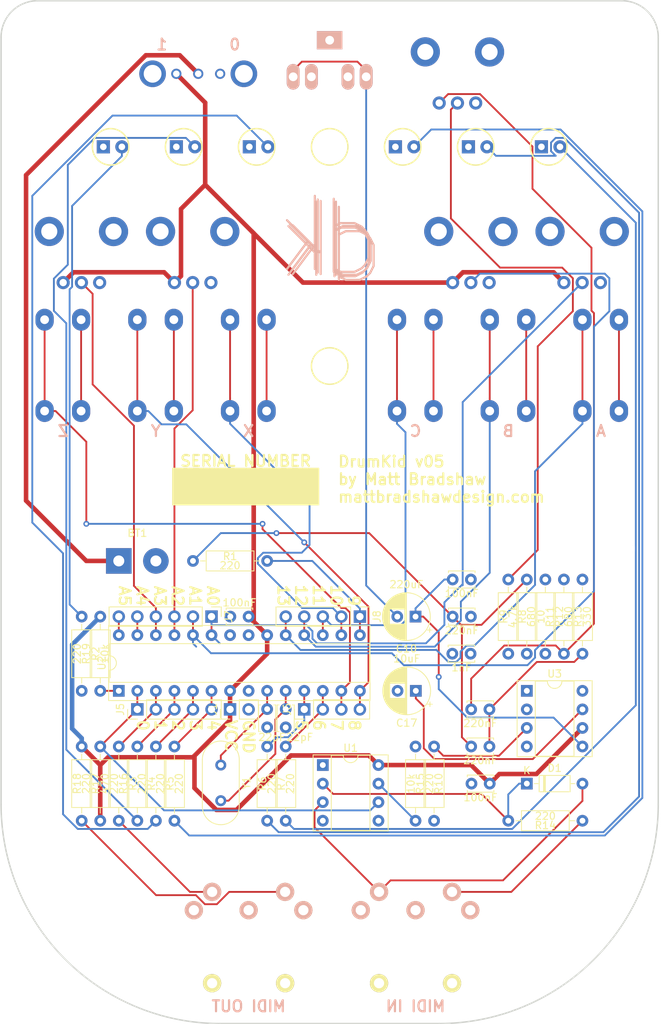
<source format=kicad_pcb>
(kicad_pcb (version 20171130) (host pcbnew "(5.0.1)-3")
  (layers (0 F.Cu signal) (31 B.Cu signal) (34 B.Paste user) (35 F.Paste user) (36 B.SilkS user) (37 F.SilkS user) (38 B.Mask user) (39 F.Mask user) (44 Edge.Cuts user))
  (net 0 "")
  (net 1 GND)
  (net 2 "Net-(C10-Pad2)")
  (net 3 "Net-(J9-PadRN)")
  (net 4 "Net-(J9-PadTN)")
  (net 5 /ANALOG_3)
  (net 6 +5V)
  (net 7 /ANALOG_1)
  (net 8 /ANALOG_2)
  (net 9 "Net-(C7-Pad1)")
  (net 10 "Net-(R9-Pad2)")
  (net 11 /ANALOG_0)
  (net 12 "Net-(BT1-Pad1)")
  (net 13 "Net-(SW1-Pad3)")
  (net 14 "Net-(D5-Pad2)")
  (net 15 /DIGITAL_5)
  (net 16 "Net-(C3-Pad1)")
  (net 17 "Net-(D6-Pad2)")
  (net 18 /DIGITAL_6)
  (net 19 "Net-(C1-Pad1)")
  (net 20 "Net-(R10-Pad1)")
  (net 21 /DIGITAL_9)
  (net 22 /DIGITAL_2)
  (net 23 "Net-(D2-Pad2)")
  (net 24 "Net-(C18-Pad2)")
  (net 25 "Net-(C2-Pad2)")
  (net 26 "Net-(D3-Pad2)")
  (net 27 /DIGITAL_3)
  (net 28 /DIGITAL_4)
  (net 29 "Net-(D4-Pad2)")
  (net 30 "Net-(R2-Pad1)")
  (net 31 "Net-(U3-Pad1)")
  (net 32 "Net-(C10-Pad1)")
  (net 33 "Net-(C17-Pad1)")
  (net 34 "Net-(U3-Pad8)")
  (net 35 /DIGITAL_0)
  (net 36 /DIGITAL_10)
  (net 37 /DIGITAL_1)
  (net 38 /DIGITAL_11)
  (net 39 /DIGITAL_12)
  (net 40 /DIGITAL_13)
  (net 41 "Net-(U2-Pad21)")
  (net 42 "Net-(C5-Pad1)")
  (net 43 "Net-(C6-Pad1)")
  (net 44 /DIGITAL_7)
  (net 45 /ANALOG_4)
  (net 46 /DIGITAL_8)
  (net 47 /ANALOG_5)
  (net 48 "Net-(J2-Pad4)")
  (net 49 "Net-(D1-Pad1)")
  (net 50 "Net-(R15-Pad2)")
  (net 51 "Net-(J3-Pad4)")
  (net 52 "Net-(J3-Pad5)")
  (net 53 "Net-(U1-Pad1)")
  (net 54 "Net-(D1-Pad2)")
  (net 55 "Net-(U1-Pad4)")
  (net 56 "Net-(J3-Pad3)")
  (net 57 "Net-(J3-Pad1)")
  (net 58 "Net-(J2-Pad1)")
  (net 59 "Net-(J2-Pad2)")
  (net 60 "Net-(J2-Pad3)")
  (net 61 "Net-(D7-Pad2)")
  (module drumkidcustom:CP_Radial_D6.3mm_P2.50mm (layer F.Cu) (at 111.76 114.3 180)
    (fp_text reference C10 (at 1.25 -4.4 180) (layer F.SilkS))
    (fp_text value 220uF (at 1.25 4.4 180) (layer F.SilkS))
    (pad 2 thru_hole circle (at 2.5 0 180) (size 1.6 1.6) (drill 0.8) (layers *.Cu *.Mask) (net 2 "Net-(C10-Pad2)"))
    (pad 1 thru_hole rect (at 0 0 180) (size 1.6 1.6) (drill 0.8) (layers *.Cu *.Mask) (net 32 "Net-(C10-Pad1)"))
  )
  (module drumkidcustom:CP_Radial_D6.3mm_P2.50mm (layer F.Cu) (at 111.8 124.46 180)
    (fp_text reference C17 (at 1.25 -4.4 180) (layer F.SilkS))
    (fp_text value 10uF (at 1.25 4.4 180) (layer F.SilkS))
    (pad 1 thru_hole rect (at 0 0 180) (size 1.6 1.6) (drill 0.8) (layers *.Cu *.Mask) (net 33 "Net-(C17-Pad1)"))
    (pad 2 thru_hole circle (at 2.5 0 180) (size 1.6 1.6) (drill 0.8) (layers *.Cu *.Mask) (net 1 GND))
  )
  (module drumkidcustom:C_Disc_D3.4mm_W2.1mm_P2.50mm (layer F.Cu) (at 93.98 126.96 270)
    (fp_text reference C6)
    (fp_text value 22pF (at 3.85 -1.905) (layer F.SilkS))
    (pad 1 thru_hole circle (at 0 0 270) (size 1.6 1.6) (drill 0.8) (layers *.Cu *.Mask) (net 43 "Net-(C6-Pad1)"))
    (pad 2 thru_hole circle (at 2.5 0 270) (size 1.6 1.6) (drill 0.8) (layers *.Cu *.Mask) (net 1 GND))
  )
  (module drumkidcustom:C_Disc_D3.4mm_W2.1mm_P2.50mm (layer F.Cu) (at 116.8 119.38)
    (fp_text reference C3)
    (fp_text value 1nF (at 1.25 1.905) (layer F.SilkS))
    (pad 2 thru_hole circle (at 2.5 0) (size 1.6 1.6) (drill 0.8) (layers *.Cu *.Mask) (net 1 GND))
    (pad 1 thru_hole circle (at 0 0) (size 1.6 1.6) (drill 0.8) (layers *.Cu *.Mask) (net 16 "Net-(C3-Pad1)"))
  )
  (module drumkidcustom:C_Disc_D3.4mm_W2.1mm_P2.50mm (layer F.Cu) (at 88.9 114.3 180)
    (fp_text reference C4)
    (fp_text value 100nF (at 1.25 1.905 180) (layer F.SilkS))
    (pad 1 thru_hole circle (at 0 0 180) (size 1.6 1.6) (drill 0.8) (layers *.Cu *.Mask) (net 6 +5V))
    (pad 2 thru_hole circle (at 2.5 0 180) (size 1.6 1.6) (drill 0.8) (layers *.Cu *.Mask) (net 1 GND))
  )
  (module drumkidcustom:C_Disc_D3.4mm_W2.1mm_P2.50mm (layer F.Cu) (at 91.44 126.96 270)
    (fp_text reference C5)
    (fp_text value 22pF (at 3.85 -0.635) (layer F.SilkS))
    (pad 2 thru_hole circle (at 2.5 0 270) (size 1.6 1.6) (drill 0.8) (layers *.Cu *.Mask) (net 1 GND))
    (pad 1 thru_hole circle (at 0 0 270) (size 1.6 1.6) (drill 0.8) (layers *.Cu *.Mask) (net 42 "Net-(C5-Pad1)"))
  )
  (module drumkidcustom:C_Disc_D3.4mm_W2.1mm_P2.50mm (layer F.Cu) (at 119.38 127)
    (fp_text reference C7)
    (fp_text value 220nF (at 1.25 1.905) (layer F.SilkS))
    (pad 1 thru_hole circle (at 0 0) (size 1.6 1.6) (drill 0.8) (layers *.Cu *.Mask) (net 9 "Net-(C7-Pad1)"))
    (pad 2 thru_hole circle (at 2.5 0) (size 1.6 1.6) (drill 0.8) (layers *.Cu *.Mask) (net 25 "Net-(C2-Pad2)"))
  )
  (module drumkidcustom:C_Disc_D3.4mm_W2.1mm_P2.50mm (layer F.Cu) (at 116.84 109.22)
    (fp_text reference C18)
    (fp_text value 100nF (at 1.25 1.905) (layer F.SilkS))
    (pad 2 thru_hole circle (at 2.5 0) (size 1.6 1.6) (drill 0.8) (layers *.Cu *.Mask) (net 24 "Net-(C18-Pad2)"))
    (pad 1 thru_hole circle (at 0 0) (size 1.6 1.6) (drill 0.8) (layers *.Cu *.Mask) (net 32 "Net-(C10-Pad1)"))
  )
  (module drumkidcustom:C_Disc_D3.4mm_W2.1mm_P2.50mm (layer F.Cu) (at 119.38 132.08)
    (fp_text reference C2)
    (fp_text value 220nF (at 1.25 1.905) (layer F.SilkS))
    (pad 1 thru_hole circle (at 0 0) (size 1.6 1.6) (drill 0.8) (layers *.Cu *.Mask) (net 19 "Net-(C1-Pad1)"))
    (pad 2 thru_hole circle (at 2.5 0) (size 1.6 1.6) (drill 0.8) (layers *.Cu *.Mask) (net 25 "Net-(C2-Pad2)"))
  )
  (module drumkidcustom:C_Disc_D3.4mm_W2.1mm_P2.50mm (layer F.Cu) (at 116.84 114.3)
    (fp_text reference C1)
    (fp_text value 220nF (at 1.25 1.905) (layer F.SilkS))
    (pad 2 thru_hole circle (at 2.5 0) (size 1.6 1.6) (drill 0.8) (layers *.Cu *.Mask) (net 1 GND))
    (pad 1 thru_hole circle (at 0 0) (size 1.6 1.6) (drill 0.8) (layers *.Cu *.Mask) (net 19 "Net-(C1-Pad1)"))
  )
  (module drumkidcustom:C_Disc_D3.4mm_W2.1mm_P2.50mm (layer F.Cu) (at 121.92 137.16 180)
    (fp_text reference C16)
    (fp_text value 100nF (at 1.27 -1.905 180) (layer F.SilkS))
    (pad 1 thru_hole circle (at 0 0 180) (size 1.6 1.6) (drill 0.8) (layers *.Cu *.Mask) (net 6 +5V))
    (pad 2 thru_hole circle (at 2.5 0 180) (size 1.6 1.6) (drill 0.8) (layers *.Cu *.Mask) (net 1 GND))
  )
  (module drumkidcustom:EG1206 (layer B.Cu) (at 79 40)
    (fp_text reference SW1)
    (fp_text value SW_SPDT hide)
    (pad MH2 thru_hole circle (at 9.25 0) (size 3.653 3.653) (drill 2.4352) (layers *.Cu *.Mask))
    (pad MH1 thru_hole circle (at -3.25 0) (size 3.653 3.653) (drill 2.4352) (layers *.Cu *.Mask))
    (pad 3 thru_hole circle (at 6 0) (size 1.4 1.4) (drill 0.9) (layers *.Cu *.Mask) (net 13 "Net-(SW1-Pad3)"))
    (pad 2 thru_hole circle (at 3 0) (size 1.4 1.4) (drill 0.9) (layers *.Cu *.Mask) (net 12 "Net-(BT1-Pad1)"))
    (pad 1 thru_hole circle (at 0 0) (size 1.4 1.4) (drill 0.9) (layers *.Cu *.Mask) (net 6 +5V))
  )
  (module drumkidcustom:SW_PUSH-12mm_Wuerth-430476085716 (layer B.Cu) (at 109.22 73.66 270)
    (fp_text reference SW5)
    (fp_text value SW_Push)
    (pad 2 thru_hole oval (at 0 -5 270) (size 3 2.5) (drill 1.2) (layers *.Cu *.Mask) (net 1 GND))
    (pad 1 thru_hole oval (at 0 0 270) (size 3 2.5) (drill 1.2) (layers *.Cu *.Mask) (net 38 /DIGITAL_11))
    (pad 2 thru_hole oval (at 12.5 -5 270) (size 3 2.5) (drill 1.2) (layers *.Cu *.Mask) (net 1 GND))
    (pad 1 thru_hole oval (at 12.5 0 270) (size 3 2.5) (drill 1.2) (layers *.Cu *.Mask) (net 38 /DIGITAL_11))
  )
  (module drumkidcustom:SW_PUSH-12mm_Wuerth-430476085716 (layer B.Cu) (at 60.96 73.66 270)
    (fp_text reference SW2)
    (fp_text value SW_Push)
    (pad 1 thru_hole oval (at 12.5 0 270) (size 3 2.5) (drill 1.2) (layers *.Cu *.Mask) (net 44 /DIGITAL_7))
    (pad 2 thru_hole oval (at 12.5 -5 270) (size 3 2.5) (drill 1.2) (layers *.Cu *.Mask) (net 1 GND))
    (pad 1 thru_hole oval (at 0 0 270) (size 3 2.5) (drill 1.2) (layers *.Cu *.Mask) (net 44 /DIGITAL_7))
    (pad 2 thru_hole oval (at 0 -5 270) (size 3 2.5) (drill 1.2) (layers *.Cu *.Mask) (net 1 GND))
  )
  (module drumkidcustom:SW_PUSH-12mm_Wuerth-430476085716 (layer B.Cu) (at 73.66 73.66 270)
    (fp_text reference SW3)
    (fp_text value SW_Push)
    (pad 2 thru_hole oval (at 0 -5 270) (size 3 2.5) (drill 1.2) (layers *.Cu *.Mask) (net 1 GND))
    (pad 1 thru_hole oval (at 0 0 270) (size 3 2.5) (drill 1.2) (layers *.Cu *.Mask) (net 46 /DIGITAL_8))
    (pad 2 thru_hole oval (at 12.5 -5 270) (size 3 2.5) (drill 1.2) (layers *.Cu *.Mask) (net 1 GND))
    (pad 1 thru_hole oval (at 12.5 0 270) (size 3 2.5) (drill 1.2) (layers *.Cu *.Mask) (net 46 /DIGITAL_8))
  )
  (module drumkidcustom:SW_PUSH-12mm_Wuerth-430476085716 (layer B.Cu) (at 121.92 73.66 270)
    (fp_text reference SW6)
    (fp_text value SW_Push)
    (pad 1 thru_hole oval (at 12.5 0 270) (size 3 2.5) (drill 1.2) (layers *.Cu *.Mask) (net 39 /DIGITAL_12))
    (pad 2 thru_hole oval (at 12.5 -5 270) (size 3 2.5) (drill 1.2) (layers *.Cu *.Mask) (net 1 GND))
    (pad 1 thru_hole oval (at 0 0 270) (size 3 2.5) (drill 1.2) (layers *.Cu *.Mask) (net 39 /DIGITAL_12))
    (pad 2 thru_hole oval (at 0 -5 270) (size 3 2.5) (drill 1.2) (layers *.Cu *.Mask) (net 1 GND))
  )
  (module drumkidcustom:SW_PUSH-12mm_Wuerth-430476085716 (layer B.Cu) (at 86.36 73.66 270)
    (fp_text reference SW4)
    (fp_text value SW_Push)
    (pad 2 thru_hole oval (at 0 -5 270) (size 3 2.5) (drill 1.2) (layers *.Cu *.Mask) (net 1 GND))
    (pad 1 thru_hole oval (at 0 0 270) (size 3 2.5) (drill 1.2) (layers *.Cu *.Mask) (net 36 /DIGITAL_10))
    (pad 2 thru_hole oval (at 12.5 -5 270) (size 3 2.5) (drill 1.2) (layers *.Cu *.Mask) (net 1 GND))
    (pad 1 thru_hole oval (at 12.5 0 270) (size 3 2.5) (drill 1.2) (layers *.Cu *.Mask) (net 36 /DIGITAL_10))
  )
  (module drumkidcustom:SW_PUSH-12mm_Wuerth-430476085716 (layer B.Cu) (at 134.62 73.66 270)
    (fp_text reference SW7)
    (fp_text value SW_Push)
    (pad 1 thru_hole oval (at 12.5 0 270) (size 3 2.5) (drill 1.2) (layers *.Cu *.Mask) (net 40 /DIGITAL_13))
    (pad 2 thru_hole oval (at 12.5 -5 270) (size 3 2.5) (drill 1.2) (layers *.Cu *.Mask) (net 1 GND))
    (pad 1 thru_hole oval (at 0 0 270) (size 3 2.5) (drill 1.2) (layers *.Cu *.Mask) (net 40 /DIGITAL_13))
    (pad 2 thru_hole oval (at 0 -5 270) (size 3 2.5) (drill 1.2) (layers *.Cu *.Mask) (net 1 GND))
  )
  (module drumkidcustom:LED_D5.0mm (layer B.Cu) (at 89 50)
    (fp_text reference D3)
    (fp_text value LED)
    (pad 2 thru_hole circle (at 2.54 0) (size 1.8 1.8) (drill 0.9) (layers *.Cu *.Mask) (net 26 "Net-(D3-Pad2)"))
    (pad 1 thru_hole rect (at 0 0) (size 1.8 1.8) (drill 0.9) (layers *.Cu *.Mask) (net 1 GND))
  )
  (module drumkidcustom:LED_D5.0mm (layer B.Cu) (at 129 50)
    (fp_text reference D6)
    (fp_text value LED)
    (pad 1 thru_hole rect (at 0 0) (size 1.8 1.8) (drill 0.9) (layers *.Cu *.Mask) (net 1 GND))
    (pad 2 thru_hole circle (at 2.54 0) (size 1.8 1.8) (drill 0.9) (layers *.Cu *.Mask) (net 17 "Net-(D6-Pad2)"))
  )
  (module drumkidcustom:LED_D5.0mm (layer B.Cu) (at 119 50)
    (fp_text reference D5)
    (fp_text value LED)
    (pad 2 thru_hole circle (at 2.54 0) (size 1.8 1.8) (drill 0.9) (layers *.Cu *.Mask) (net 14 "Net-(D5-Pad2)"))
    (pad 1 thru_hole rect (at 0 0) (size 1.8 1.8) (drill 0.9) (layers *.Cu *.Mask) (net 1 GND))
  )
  (module drumkidcustom:LED_D5.0mm (layer B.Cu) (at 79 50)
    (fp_text reference D2)
    (fp_text value LED)
    (pad 1 thru_hole rect (at 0 0) (size 1.8 1.8) (drill 0.9) (layers *.Cu *.Mask) (net 1 GND))
    (pad 2 thru_hole circle (at 2.54 0) (size 1.8 1.8) (drill 0.9) (layers *.Cu *.Mask) (net 23 "Net-(D2-Pad2)"))
  )
  (module drumkidcustom:LED_D5.0mm (layer B.Cu) (at 109 50)
    (fp_text reference D4)
    (fp_text value LED)
    (pad 2 thru_hole circle (at 2.54 0) (size 1.8 1.8) (drill 0.9) (layers *.Cu *.Mask) (net 29 "Net-(D4-Pad2)"))
    (pad 1 thru_hole rect (at 0 0) (size 1.8 1.8) (drill 0.9) (layers *.Cu *.Mask) (net 1 GND))
  )
  (module drumkidcustom:LED_D5.0mm (layer B.Cu) (at 69 50)
    (fp_text reference D7)
    (fp_text value LED)
    (pad 1 thru_hole rect (at 0 0) (size 1.8 1.8) (drill 0.9) (layers *.Cu *.Mask) (net 1 GND))
    (pad 2 thru_hole circle (at 2.54 0) (size 1.8 1.8) (drill 0.9) (layers *.Cu *.Mask) (net 61 "Net-(D7-Pad2)"))
  )
  (module drumkidcustom:R_Axial_DIN0207_L6.3mm_D2.5mm_P10.16mm_Horizontal (layer F.Cu) (at 78.74 142.24 90)
    (fp_text reference R5 (at 5.08 -0.635 90) (layer F.SilkS))
    (fp_text value 220 (at 5.08 0.635 90) (layer F.SilkS))
    (pad 2 thru_hole oval (at 10.16 0 90) (size 1.6 1.6) (drill 0.8) (layers *.Cu *.Mask) (net 28 /DIGITAL_4))
    (pad 1 thru_hole circle (at 0 0 90) (size 1.6 1.6) (drill 0.8) (layers *.Cu *.Mask) (net 29 "Net-(D4-Pad2)"))
  )
  (module drumkidcustom:R_Axial_DIN0207_L6.3mm_D2.5mm_P10.16mm_Horizontal (layer F.Cu) (at 132.08 119.38 90)
    (fp_text reference R12 (at 5.08 -0.635 90) (layer F.SilkS))
    (fp_text value 680 (at 5.08 0.635 90) (layer F.SilkS))
    (pad 1 thru_hole circle (at 0 0 90) (size 1.6 1.6) (drill 0.8) (layers *.Cu *.Mask) (net 9 "Net-(C7-Pad1)"))
    (pad 2 thru_hole oval (at 10.16 0 90) (size 1.6 1.6) (drill 0.8) (layers *.Cu *.Mask) (net 16 "Net-(C3-Pad1)"))
  )
  (module drumkidcustom:R_Axial_DIN0207_L6.3mm_D2.5mm_P10.16mm_Horizontal (layer F.Cu) (at 129.54 109.22 270)
    (fp_text reference R11 (at 5.08 -0.635 270) (layer F.SilkS))
    (fp_text value 10 (at 5.08 0.635 270) (layer F.SilkS))
    (pad 2 thru_hole oval (at 10.16 0 270) (size 1.6 1.6) (drill 0.8) (layers *.Cu *.Mask) (net 1 GND))
    (pad 1 thru_hole circle (at 0 0 270) (size 1.6 1.6) (drill 0.8) (layers *.Cu *.Mask) (net 24 "Net-(C18-Pad2)"))
  )
  (module drumkidcustom:R_Axial_DIN0207_L6.3mm_D2.5mm_P10.16mm_Horizontal (layer F.Cu) (at 114.3 132.08 270)
    (fp_text reference R10 (at 5.08 -0.635 270) (layer F.SilkS))
    (fp_text value 220 (at 5.08 0.635 270) (layer F.SilkS))
    (pad 1 thru_hole circle (at 0 0 270) (size 1.6 1.6) (drill 0.8) (layers *.Cu *.Mask) (net 20 "Net-(R10-Pad1)"))
    (pad 2 thru_hole oval (at 10.16 0 270) (size 1.6 1.6) (drill 0.8) (layers *.Cu *.Mask) (net 1 GND))
  )
  (module drumkidcustom:R_Axial_DIN0207_L6.3mm_D2.5mm_P10.16mm_Horizontal (layer F.Cu) (at 124.46 119.38 90)
    (fp_text reference R9 (at 5.08 -0.635 90) (layer F.SilkS))
    (fp_text value 4.7k (at 5.08 0.635 90) (layer F.SilkS))
    (pad 2 thru_hole oval (at 10.16 0 90) (size 1.6 1.6) (drill 0.8) (layers *.Cu *.Mask) (net 10 "Net-(R9-Pad2)"))
    (pad 1 thru_hole circle (at 0 0 90) (size 1.6 1.6) (drill 0.8) (layers *.Cu *.Mask) (net 20 "Net-(R10-Pad1)"))
  )
  (module drumkidcustom:R_Axial_DIN0207_L6.3mm_D2.5mm_P10.16mm_Horizontal (layer F.Cu) (at 66.04 114.3 270)
    (fp_text reference R19 (at 5.08 -0.635 270) (layer F.SilkS))
    (fp_text value 220 (at 5.08 0.635 270) (layer F.SilkS))
    (pad 1 thru_hole circle (at 0 0 270) (size 1.6 1.6) (drill 0.8) (layers *.Cu *.Mask) (net 61 "Net-(D7-Pad2)"))
    (pad 2 thru_hole oval (at 10.16 0 270) (size 1.6 1.6) (drill 0.8) (layers *.Cu *.Mask) (net 1 GND))
  )
  (module drumkidcustom:R_Axial_DIN0207_L6.3mm_D2.5mm_P10.16mm_Horizontal (layer F.Cu) (at 66.04 142.24 90)
    (fp_text reference R18 (at 5.08 -0.635 90) (layer F.SilkS))
    (fp_text value 220 (at 5.08 0.635 90) (layer F.SilkS))
    (pad 2 thru_hole oval (at 10.16 0 90) (size 1.6 1.6) (drill 0.8) (layers *.Cu *.Mask) (net 6 +5V))
    (pad 1 thru_hole circle (at 0 0 90) (size 1.6 1.6) (drill 0.8) (layers *.Cu *.Mask) (net 51 "Net-(J3-Pad4)"))
  )
  (module drumkidcustom:R_Axial_DIN0207_L6.3mm_D2.5mm_P10.16mm_Horizontal (layer F.Cu) (at 127 119.38 90)
    (fp_text reference R8 (at 5.08 -0.635 90) (layer F.SilkS))
    (fp_text value 680 (at 5.08 0.635 90) (layer F.SilkS))
    (pad 1 thru_hole circle (at 0 0 90) (size 1.6 1.6) (drill 0.8) (layers *.Cu *.Mask) (net 16 "Net-(C3-Pad1)"))
    (pad 2 thru_hole oval (at 10.16 0 90) (size 1.6 1.6) (drill 0.8) (layers *.Cu *.Mask) (net 19 "Net-(C1-Pad1)"))
  )
  (module drumkidcustom:R_Axial_DIN0207_L6.3mm_D2.5mm_P10.16mm_Horizontal (layer F.Cu) (at 91.44 142.24 90)
    (fp_text reference R6 (at 5.08 -0.635 90) (layer F.SilkS))
    (fp_text value 220 (at 5.08 0.635 90) (layer F.SilkS))
    (pad 2 thru_hole oval (at 10.16 0 90) (size 1.6 1.6) (drill 0.8) (layers *.Cu *.Mask) (net 15 /DIGITAL_5))
    (pad 1 thru_hole circle (at 0 0 90) (size 1.6 1.6) (drill 0.8) (layers *.Cu *.Mask) (net 14 "Net-(D5-Pad2)"))
  )
  (module drumkidcustom:R_Axial_DIN0207_L6.3mm_D2.5mm_P10.16mm_Horizontal (layer F.Cu) (at 73.66 142.24 90)
    (fp_text reference R3 (at 5.08 -0.635 90) (layer F.SilkS))
    (fp_text value 220 (at 5.08 0.635 90) (layer F.SilkS))
    (pad 1 thru_hole circle (at 0 0 90) (size 1.6 1.6) (drill 0.8) (layers *.Cu *.Mask) (net 23 "Net-(D2-Pad2)"))
    (pad 2 thru_hole oval (at 10.16 0 90) (size 1.6 1.6) (drill 0.8) (layers *.Cu *.Mask) (net 22 /DIGITAL_2))
  )
  (module drumkidcustom:R_Axial_DIN0207_L6.3mm_D2.5mm_P10.16mm_Horizontal (layer F.Cu) (at 68.58 124.46 90)
    (fp_text reference R2 (at 5.08 -0.635 90) (layer F.SilkS))
    (fp_text value 10k (at 5.08 0.635 90) (layer F.SilkS))
    (pad 2 thru_hole oval (at 10.16 0 90) (size 1.6 1.6) (drill 0.8) (layers *.Cu *.Mask) (net 6 +5V))
    (pad 1 thru_hole circle (at 0 0 90) (size 1.6 1.6) (drill 0.8) (layers *.Cu *.Mask) (net 30 "Net-(R2-Pad1)"))
  )
  (module drumkidcustom:R_Axial_DIN0207_L6.3mm_D2.5mm_P10.16mm_Horizontal (layer F.Cu) (at 81.28 106.68)
    (fp_text reference R1 (at 5.08 -0.635) (layer F.SilkS))
    (fp_text value 220 (at 5.08 0.635) (layer F.SilkS))
    (pad 1 thru_hole circle (at 0 0) (size 1.6 1.6) (drill 0.8) (layers *.Cu *.Mask) (net 19 "Net-(C1-Pad1)"))
    (pad 2 thru_hole oval (at 10.16 0) (size 1.6 1.6) (drill 0.8) (layers *.Cu *.Mask) (net 21 /DIGITAL_9))
  )
  (module drumkidcustom:R_Axial_DIN0207_L6.3mm_D2.5mm_P10.16mm_Horizontal (layer F.Cu) (at 134.62 119.38 90)
    (fp_text reference R13 (at 5.08 -0.635 90) (layer F.SilkS))
    (fp_text value 330 (at 5.08 0.635 90) (layer F.SilkS))
    (pad 2 thru_hole oval (at 10.16 0 90) (size 1.6 1.6) (drill 0.8) (layers *.Cu *.Mask) (net 1 GND))
    (pad 1 thru_hole circle (at 0 0 90) (size 1.6 1.6) (drill 0.8) (layers *.Cu *.Mask) (net 25 "Net-(C2-Pad2)"))
  )
  (module drumkidcustom:R_Axial_DIN0207_L6.3mm_D2.5mm_P10.16mm_Horizontal (layer F.Cu) (at 134.62 142.24 180)
    (fp_text reference R14 (at 5.08 -0.635 180) (layer F.SilkS))
    (fp_text value 220 (at 5.08 0.635 180) (layer F.SilkS))
    (pad 1 thru_hole circle (at 0 0 180) (size 1.6 1.6) (drill 0.8) (layers *.Cu *.Mask) (net 48 "Net-(J2-Pad4)"))
    (pad 2 thru_hole oval (at 10.16 0 180) (size 1.6 1.6) (drill 0.8) (layers *.Cu *.Mask) (net 49 "Net-(D1-Pad1)"))
  )
  (module drumkidcustom:R_Axial_DIN0207_L6.3mm_D2.5mm_P10.16mm_Horizontal (layer F.Cu) (at 111.76 132.08 270)
    (fp_text reference R15 (at 5.08 -0.635 270) (layer F.SilkS))
    (fp_text value 10k (at 5.08 0.635 270) (layer F.SilkS))
    (pad 2 thru_hole oval (at 10.16 0 270) (size 1.6 1.6) (drill 0.8) (layers *.Cu *.Mask) (net 50 "Net-(R15-Pad2)"))
    (pad 1 thru_hole circle (at 0 0 270) (size 1.6 1.6) (drill 0.8) (layers *.Cu *.Mask) (net 1 GND))
  )
  (module drumkidcustom:R_Axial_DIN0207_L6.3mm_D2.5mm_P10.16mm_Horizontal (layer F.Cu) (at 71.12 132.08 270)
    (fp_text reference R16 (at 5.08 -0.635 270) (layer F.SilkS))
    (fp_text value 220 (at 5.08 0.635 270) (layer F.SilkS))
    (pad 1 thru_hole circle (at 0 0 270) (size 1.6 1.6) (drill 0.8) (layers *.Cu *.Mask) (net 37 /DIGITAL_1))
    (pad 2 thru_hole oval (at 10.16 0 270) (size 1.6 1.6) (drill 0.8) (layers *.Cu *.Mask) (net 52 "Net-(J3-Pad5)"))
  )
  (module drumkidcustom:R_Axial_DIN0207_L6.3mm_D2.5mm_P10.16mm_Horizontal (layer F.Cu) (at 68.58 142.24 90)
    (fp_text reference R17 (at 5.08 -0.635 90) (layer F.SilkS))
    (fp_text value 470 (at 5.08 0.635 90) (layer F.SilkS))
    (pad 2 thru_hole oval (at 10.16 0 90) (size 1.6 1.6) (drill 0.8) (layers *.Cu *.Mask) (net 35 /DIGITAL_0))
    (pad 1 thru_hole circle (at 0 0 90) (size 1.6 1.6) (drill 0.8) (layers *.Cu *.Mask) (net 6 +5V))
  )
  (module drumkidcustom:R_Axial_DIN0207_L6.3mm_D2.5mm_P10.16mm_Horizontal (layer F.Cu) (at 76.2 142.24 90)
    (fp_text reference R4 (at 5.08 -0.635 90) (layer F.SilkS))
    (fp_text value 220 (at 5.08 0.635 90) (layer F.SilkS))
    (pad 1 thru_hole circle (at 0 0 90) (size 1.6 1.6) (drill 0.8) (layers *.Cu *.Mask) (net 26 "Net-(D3-Pad2)"))
    (pad 2 thru_hole oval (at 10.16 0 90) (size 1.6 1.6) (drill 0.8) (layers *.Cu *.Mask) (net 27 /DIGITAL_3))
  )
  (module drumkidcustom:R_Axial_DIN0207_L6.3mm_D2.5mm_P10.16mm_Horizontal (layer F.Cu) (at 93.98 142.24 90)
    (fp_text reference R7 (at 5.08 -0.635 90) (layer F.SilkS))
    (fp_text value 220 (at 5.08 0.635 90) (layer F.SilkS))
    (pad 2 thru_hole oval (at 10.16 0 90) (size 1.6 1.6) (drill 0.8) (layers *.Cu *.Mask) (net 18 /DIGITAL_6))
    (pad 1 thru_hole circle (at 0 0 90) (size 1.6 1.6) (drill 0.8) (layers *.Cu *.Mask) (net 17 "Net-(D6-Pad2)"))
  )
  (module drumkidcustom:MIDI_DIN5 (layer F.Cu) (at 88.9 157.48)
    (fp_text reference J3)
    (fp_text value DIN-5_180degree)
    (pad 3 thru_hole circle (at -7.49808 -2.9972) (size 2.49936 2.49936) (drill 1.397) (layers *.Cu *.SilkS *.Mask) (net 56 "Net-(J3-Pad3)"))
    (pad 4 thru_hole circle (at 4.99618 -5.4991) (size 2.49936 2.49936) (drill 1.397) (layers *.Cu *.SilkS *.Mask) (net 51 "Net-(J3-Pad4)"))
    (pad 2 thru_hole circle (at 0 -2.99974) (size 2.49936 2.49936) (drill 1.397) (layers *.Cu *.SilkS *.Mask) (net 1 GND))
    (pad 1 thru_hole circle (at 7.49808 -2.9972) (size 2.49936 2.49936) (drill 1.397) (layers *.Cu *.SilkS *.Mask) (net 57 "Net-(J3-Pad1)"))
    (pad 5 thru_hole circle (at -4.99618 -5.4991) (size 2.49936 2.49936) (drill 1.397) (layers *.Cu *.SilkS *.Mask) (net 52 "Net-(J3-Pad5)"))
    (pad "" np_thru_hole circle (at 5.00126 6.9977) (size 2.49936 2.49936) (drill 1.397) (layers *.Cu *.Mask F.SilkS))
    (pad "" np_thru_hole circle (at -5.00126 6.9977) (size 2.49936 2.49936) (drill 1.397) (layers *.Cu *.Mask F.SilkS))
  )
  (module drumkidcustom:MIDI_DIN5 (layer F.Cu) (at 111.76 157.48)
    (fp_text reference J2)
    (fp_text value DIN-5_180degree)
    (pad "" np_thru_hole circle (at -5.00126 6.9977) (size 2.49936 2.49936) (drill 1.397) (layers *.Cu *.Mask F.SilkS))
    (pad "" np_thru_hole circle (at 5.00126 6.9977) (size 2.49936 2.49936) (drill 1.397) (layers *.Cu *.Mask F.SilkS))
    (pad 5 thru_hole circle (at -4.99618 -5.4991) (size 2.49936 2.49936) (drill 1.397) (layers *.Cu *.SilkS *.Mask) (net 54 "Net-(D1-Pad2)"))
    (pad 1 thru_hole circle (at 7.49808 -2.9972) (size 2.49936 2.49936) (drill 1.397) (layers *.Cu *.SilkS *.Mask) (net 58 "Net-(J2-Pad1)"))
    (pad 2 thru_hole circle (at 0 -2.99974) (size 2.49936 2.49936) (drill 1.397) (layers *.Cu *.SilkS *.Mask) (net 59 "Net-(J2-Pad2)"))
    (pad 4 thru_hole circle (at 4.99618 -5.4991) (size 2.49936 2.49936) (drill 1.397) (layers *.Cu *.SilkS *.Mask) (net 48 "Net-(J2-Pad4)"))
    (pad 3 thru_hole circle (at -7.49808 -2.9972) (size 2.49936 2.49936) (drill 1.397) (layers *.Cu *.SilkS *.Mask) (net 60 "Net-(J2-Pad3)"))
  )
  (module drumkidcustom:MountingHole_3.2mm_M3 (layer F.Cu) (at 60 35)
    (fp_text reference H1)
    (fp_text value MountingHole)
    (pad 1 np_thru_hole circle (at 0 0) (size 3.2 3.2) (drill 3.2) (layers *.Cu *.Mask))
  )
  (module drumkidcustom:MountingHole_3.2mm_M3 (layer F.Cu) (at 100 80)
    (fp_text reference H8)
    (fp_text value MountingHole)
    (pad 1 np_thru_hole circle (at 0 0) (size 3.2 3.2) (drill 3.2) (layers *.Cu *.Mask))
  )
  (module drumkidcustom:MountingHole_3.2mm_M3 (layer F.Cu) (at 100 50)
    (fp_text reference H7)
    (fp_text value MountingHole)
    (pad 1 np_thru_hole circle (at 0 0) (size 3.2 3.2) (drill 3.2) (layers *.Cu *.Mask))
  )
  (module drumkidcustom:MountingHole_3.2mm_M3 (layer F.Cu) (at 140 35)
    (fp_text reference H6)
    (fp_text value MountingHole)
    (pad 1 np_thru_hole circle (at 0 0) (size 3.2 3.2) (drill 3.2) (layers *.Cu *.Mask))
  )
  (module drumkidcustom:MountingHole_3.2mm_M3 (layer F.Cu) (at 140 105)
    (fp_text reference H5)
    (fp_text value MountingHole)
    (pad 1 np_thru_hole circle (at 0 0) (size 3.2 3.2) (drill 3.2) (layers *.Cu *.Mask))
  )
  (module drumkidcustom:MountingHole_3.2mm_M3 (layer F.Cu) (at 130 160)
    (fp_text reference H4)
    (fp_text value MountingHole)
    (pad 1 np_thru_hole circle (at 0 0) (size 3.2 3.2) (drill 3.2) (layers *.Cu *.Mask))
  )
  (module drumkidcustom:MountingHole_3.2mm_M3 (layer F.Cu) (at 70 160)
    (fp_text reference H3)
    (fp_text value MountingHole)
    (pad 1 np_thru_hole circle (at 0 0) (size 3.2 3.2) (drill 3.2) (layers *.Cu *.Mask))
  )
  (module drumkidcustom:MountingHole_3.2mm_M3 (layer F.Cu) (at 60 105)
    (fp_text reference H2)
    (fp_text value MountingHole)
    (pad 1 np_thru_hole circle (at 0 0) (size 3.2 3.2) (drill 3.2) (layers *.Cu *.Mask))
  )
  (module drumkidcustom:Tayda_3.5mm_stereo_TRS_jack_A-853 (layer B.Cu) (at 100 37 180)
    (fp_text reference J9)
    (fp_text value AudioJack3_Ground_Switch)
    (pad S thru_hole rect (at 0 1.596 180) (size 3.5 2.5) (drill 1.2) (layers *.Cu *.Mask B.SilkS) (net 1 GND))
    (pad TN thru_hole oval (at -2.5 -3.41 180) (size 1.75 3.5) (drill 1.2) (layers *.Cu *.Mask B.SilkS) (net 4 "Net-(J9-PadTN)"))
    (pad RN thru_hole oval (at 2.5 -3.41 180) (size 1.75 3.5) (drill 1.2) (layers *.Cu *.Mask B.SilkS) (net 3 "Net-(J9-PadRN)"))
    (pad T thru_hole oval (at -5 -3.41 180) (size 1.75 3.5) (drill 1.2) (layers *.Cu *.Mask B.SilkS) (net 2 "Net-(C10-Pad2)"))
    (pad R thru_hole oval (at 5 -3.41 180) (size 1.75 3.5) (drill 1.2) (layers *.Cu *.Mask B.SilkS) (net 2 "Net-(C10-Pad2)"))
  )
  (module drumkidcustom:Potentiometer_Alps_RK09K_Single_Vertical (layer B.Cu) (at 63.5 68.58 90)
    (fp_text reference RV5)
    (fp_text value R_POT)
    (pad 3 thru_hole circle (at 0 5 90) (size 1.8 1.8) (drill 1) (layers *.Cu *.Mask) (net 1 GND))
    (pad 2 thru_hole circle (at 0 2.5 90) (size 1.8 1.8) (drill 1) (layers *.Cu *.Mask) (net 5 /ANALOG_3))
    (pad 1 thru_hole circle (at 0 0 90) (size 1.8 1.8) (drill 1) (layers *.Cu *.Mask) (net 6 +5V))
    (pad "" np_thru_hole circle (at 6.985 6.9 90) (size 4 4) (drill 2.2) (layers *.Cu *.Mask))
    (pad "" np_thru_hole circle (at 7 -1.9 90) (size 4 4) (drill 2.2) (layers *.Cu *.Mask))
  )
  (module drumkidcustom:Potentiometer_Alps_RK09K_Single_Vertical (layer B.Cu) (at 132.08 68.58 90)
    (fp_text reference RV2)
    (fp_text value R_POT)
    (pad 3 thru_hole circle (at 0 5 90) (size 1.8 1.8) (drill 1) (layers *.Cu *.Mask) (net 1 GND))
    (pad 2 thru_hole circle (at 0 2.5 90) (size 1.8 1.8) (drill 1) (layers *.Cu *.Mask) (net 11 /ANALOG_0))
    (pad 1 thru_hole circle (at 0 0 90) (size 1.8 1.8) (drill 1) (layers *.Cu *.Mask) (net 6 +5V))
    (pad "" np_thru_hole circle (at 6.985 6.9 90) (size 4 4) (drill 2.2) (layers *.Cu *.Mask))
    (pad "" np_thru_hole circle (at 7 -1.9 90) (size 4 4) (drill 2.2) (layers *.Cu *.Mask))
  )
  (module drumkidcustom:Potentiometer_Alps_RK09K_Single_Vertical (layer B.Cu) (at 115 44 90)
    (fp_text reference RV1)
    (fp_text value 10k)
    (pad 3 thru_hole circle (at 0 5 90) (size 1.8 1.8) (drill 1) (layers *.Cu *.Mask) (net 1 GND))
    (pad 2 thru_hole circle (at 0 2.5 90) (size 1.8 1.8) (drill 1) (layers *.Cu *.Mask) (net 10 "Net-(R9-Pad2)"))
    (pad 1 thru_hole circle (at 0 0 90) (size 1.8 1.8) (drill 1) (layers *.Cu *.Mask) (net 9 "Net-(C7-Pad1)"))
    (pad "" np_thru_hole circle (at 6.985 6.9 90) (size 4 4) (drill 2.2) (layers *.Cu *.Mask))
    (pad "" np_thru_hole circle (at 7 -1.9 90) (size 4 4) (drill 2.2) (layers *.Cu *.Mask))
  )
  (module drumkidcustom:Potentiometer_Alps_RK09K_Single_Vertical (layer B.Cu) (at 78.74 68.58 90)
    (fp_text reference RV4)
    (fp_text value R_POT)
    (pad 3 thru_hole circle (at 0 5 90) (size 1.8 1.8) (drill 1) (layers *.Cu *.Mask) (net 1 GND))
    (pad 2 thru_hole circle (at 0 2.5 90) (size 1.8 1.8) (drill 1) (layers *.Cu *.Mask) (net 8 /ANALOG_2))
    (pad 1 thru_hole circle (at 0 0 90) (size 1.8 1.8) (drill 1) (layers *.Cu *.Mask) (net 6 +5V))
    (pad "" np_thru_hole circle (at 6.985 6.9 90) (size 4 4) (drill 2.2) (layers *.Cu *.Mask))
    (pad "" np_thru_hole circle (at 7 -1.9 90) (size 4 4) (drill 2.2) (layers *.Cu *.Mask))
  )
  (module drumkidcustom:Potentiometer_Alps_RK09K_Single_Vertical (layer B.Cu) (at 116.84 68.58 90)
    (fp_text reference RV3)
    (fp_text value R_POT)
    (pad 3 thru_hole circle (at 0 5 90) (size 1.8 1.8) (drill 1) (layers *.Cu *.Mask) (net 1 GND))
    (pad 2 thru_hole circle (at 0 2.5 90) (size 1.8 1.8) (drill 1) (layers *.Cu *.Mask) (net 7 /ANALOG_1))
    (pad 1 thru_hole circle (at 0 0 90) (size 1.8 1.8) (drill 1) (layers *.Cu *.Mask) (net 6 +5V))
    (pad "" np_thru_hole circle (at 6.985 6.9 90) (size 4 4) (drill 2.2) (layers *.Cu *.Mask))
    (pad "" np_thru_hole circle (at 7 -1.9 90) (size 4 4) (drill 2.2) (layers *.Cu *.Mask))
  )
  (module Connector_Wire:SolderWirePad_1x02_P5.08mm_Drill1.5mm (layer F.Cu) (at 71.12 106.68)
    (fp_text reference BT1 (at 2.54 -3.81) (layer F.SilkS))
    (fp_text value Battery)
    (pad 1 thru_hole rect (at 0 0) (size 3.50012 3.50012) (drill 1.50114) (layers *.Cu *.Mask) (net 12 "Net-(BT1-Pad1)"))
    (pad 2 thru_hole circle (at 5.08 0) (size 3.50012 3.50012) (drill 1.50114) (layers *.Cu *.Mask) (net 1 GND))
  )
  (module Diode_THT:D_DO-35_SOD27_P7.62mm_Horizontal (layer F.Cu) (at 127 137.16)
    (fp_text reference D1 (at 3.81 -2.12) (layer F.SilkS))
    (fp_text value 1N4148)
    (fp_text user K (at 0 -1.8) (layer F.SilkS))
    (pad 1 thru_hole rect (at 0 0) (size 1.6 1.6) (drill 0.8) (layers *.Cu *.Mask) (net 49 "Net-(D1-Pad1)"))
    (pad 2 thru_hole oval (at 7.62 0) (size 1.6 1.6) (drill 0.8) (layers *.Cu *.Mask) (net 54 "Net-(D1-Pad2)"))
  )
  (module Package_DIP:DIP-8_W7.62mm_Socket (layer F.Cu) (at 99.06 134.62)
    (fp_text reference U1 (at 3.81 -2.33) (layer F.SilkS))
    (fp_text value 6N138)
    (pad 1 thru_hole rect (at 0 0) (size 1.6 1.6) (drill 0.8) (layers *.Cu *.Mask) (net 53 "Net-(U1-Pad1)"))
    (pad 5 thru_hole oval (at 7.62 7.62) (size 1.6 1.6) (drill 0.8) (layers *.Cu *.Mask) (net 1 GND))
    (pad 2 thru_hole oval (at 0 2.54) (size 1.6 1.6) (drill 0.8) (layers *.Cu *.Mask) (net 49 "Net-(D1-Pad1)"))
    (pad 6 thru_hole oval (at 7.62 5.08) (size 1.6 1.6) (drill 0.8) (layers *.Cu *.Mask) (net 35 /DIGITAL_0))
    (pad 3 thru_hole oval (at 0 5.08) (size 1.6 1.6) (drill 0.8) (layers *.Cu *.Mask) (net 54 "Net-(D1-Pad2)"))
    (pad 7 thru_hole oval (at 7.62 2.54) (size 1.6 1.6) (drill 0.8) (layers *.Cu *.Mask) (net 50 "Net-(R15-Pad2)"))
    (pad 4 thru_hole oval (at 0 7.62) (size 1.6 1.6) (drill 0.8) (layers *.Cu *.Mask) (net 55 "Net-(U1-Pad4)"))
    (pad 8 thru_hole oval (at 7.62 0) (size 1.6 1.6) (drill 0.8) (layers *.Cu *.Mask) (net 6 +5V))
  )
  (module Connector_PinHeader_2.54mm:PinHeader_1x02_P2.54mm_Vertical (layer F.Cu) (at 86.36 127 90)
    (fp_text reference J1 (at 0 -2.33 90) (layer F.SilkS))
    (fp_text value Conn_01x02_Female)
    (pad 2 thru_hole oval (at 0 2.54 90) (size 1.7 1.7) (drill 1) (layers *.Cu *.Mask) (net 1 GND))
    (pad 1 thru_hole rect (at 0 0 90) (size 1.7 1.7) (drill 1) (layers *.Cu *.Mask) (net 6 +5V))
  )
  (module Connector_PinHeader_2.54mm:PinHeader_1x04_P2.54mm_Vertical (layer F.Cu) (at 96.52 127 90)
    (fp_text reference J6 (at 0 -2.33 90) (layer F.SilkS))
    (fp_text value Conn_01x04_Female)
    (pad 1 thru_hole rect (at 0 0 90) (size 1.7 1.7) (drill 1) (layers *.Cu *.Mask) (net 15 /DIGITAL_5))
    (pad 2 thru_hole oval (at 0 2.54 90) (size 1.7 1.7) (drill 1) (layers *.Cu *.Mask) (net 18 /DIGITAL_6))
    (pad 3 thru_hole oval (at 0 5.08 90) (size 1.7 1.7) (drill 1) (layers *.Cu *.Mask) (net 44 /DIGITAL_7))
    (pad 4 thru_hole oval (at 0 7.62 90) (size 1.7 1.7) (drill 1) (layers *.Cu *.Mask) (net 46 /DIGITAL_8))
  )
  (module Connector_PinHeader_2.54mm:PinHeader_1x05_P2.54mm_Vertical (layer F.Cu) (at 104.14 114.3 270)
    (fp_text reference J8 (at 0 -2.33 270) (layer F.SilkS))
    (fp_text value Conn_01x05_Female)
    (pad 5 thru_hole oval (at 0 10.16 270) (size 1.7 1.7) (drill 1) (layers *.Cu *.Mask) (net 40 /DIGITAL_13))
    (pad 4 thru_hole oval (at 0 7.62 270) (size 1.7 1.7) (drill 1) (layers *.Cu *.Mask) (net 39 /DIGITAL_12))
    (pad 3 thru_hole oval (at 0 5.08 270) (size 1.7 1.7) (drill 1) (layers *.Cu *.Mask) (net 38 /DIGITAL_11))
    (pad 2 thru_hole oval (at 0 2.54 270) (size 1.7 1.7) (drill 1) (layers *.Cu *.Mask) (net 36 /DIGITAL_10))
    (pad 1 thru_hole rect (at 0 0 270) (size 1.7 1.7) (drill 1) (layers *.Cu *.Mask) (net 21 /DIGITAL_9))
  )
  (module Connector_PinHeader_2.54mm:PinHeader_1x05_P2.54mm_Vertical (layer F.Cu) (at 73.66 127 90)
    (fp_text reference J5 (at 0 -2.33 90) (layer F.SilkS))
    (fp_text value Conn_01x05_Female)
    (pad 1 thru_hole rect (at 0 0 90) (size 1.7 1.7) (drill 1) (layers *.Cu *.Mask) (net 35 /DIGITAL_0))
    (pad 2 thru_hole oval (at 0 2.54 90) (size 1.7 1.7) (drill 1) (layers *.Cu *.Mask) (net 37 /DIGITAL_1))
    (pad 3 thru_hole oval (at 0 5.08 90) (size 1.7 1.7) (drill 1) (layers *.Cu *.Mask) (net 22 /DIGITAL_2))
    (pad 4 thru_hole oval (at 0 7.62 90) (size 1.7 1.7) (drill 1) (layers *.Cu *.Mask) (net 27 /DIGITAL_3))
    (pad 5 thru_hole oval (at 0 10.16 90) (size 1.7 1.7) (drill 1) (layers *.Cu *.Mask) (net 28 /DIGITAL_4))
  )
  (module Connector_PinHeader_2.54mm:PinHeader_1x06_P2.54mm_Vertical (layer F.Cu) (at 83.82 114.3 270)
    (fp_text reference J7 (at 0 -2.33 270) (layer F.SilkS))
    (fp_text value Conn_01x06_Female)
    (pad 1 thru_hole rect (at 0 0 270) (size 1.7 1.7) (drill 1) (layers *.Cu *.Mask) (net 11 /ANALOG_0))
    (pad 2 thru_hole oval (at 0 2.54 270) (size 1.7 1.7) (drill 1) (layers *.Cu *.Mask) (net 7 /ANALOG_1))
    (pad 3 thru_hole oval (at 0 5.08 270) (size 1.7 1.7) (drill 1) (layers *.Cu *.Mask) (net 8 /ANALOG_2))
    (pad 4 thru_hole oval (at 0 7.62 270) (size 1.7 1.7) (drill 1) (layers *.Cu *.Mask) (net 5 /ANALOG_3))
    (pad 5 thru_hole oval (at 0 10.16 270) (size 1.7 1.7) (drill 1) (layers *.Cu *.Mask) (net 45 /ANALOG_4))
    (pad 6 thru_hole oval (at 0 12.7 270) (size 1.7 1.7) (drill 1) (layers *.Cu *.Mask) (net 47 /ANALOG_5))
  )
  (module Crystal:Crystal_HC49-4H_Vertical (layer F.Cu) (at 85.09 134.62 270)
    (fp_text reference Y1 (at 2.44 -3.525 270) (layer F.SilkS))
    (fp_text value Crystal)
    (pad 1 thru_hole circle (at 0 0 270) (size 1.5 1.5) (drill 0.8) (layers *.Cu *.Mask) (net 42 "Net-(C5-Pad1)"))
    (pad 2 thru_hole circle (at 4.88 0 270) (size 1.5 1.5) (drill 0.8) (layers *.Cu *.Mask) (net 43 "Net-(C6-Pad1)"))
  )
  (module Package_DIP:DIP-28_W7.62mm_Socket (layer F.Cu) (at 71.12 124.46 90)
    (fp_text reference U2 (at 3.81 -2.33 90) (layer F.SilkS))
    (fp_text value ATmega328P-PU)
    (pad 1 thru_hole rect (at 0 0 90) (size 1.6 1.6) (drill 0.8) (layers *.Cu *.Mask) (net 30 "Net-(R2-Pad1)"))
    (pad 15 thru_hole oval (at 7.62 33.02 90) (size 1.6 1.6) (drill 0.8) (layers *.Cu *.Mask) (net 21 /DIGITAL_9))
    (pad 2 thru_hole oval (at 0 2.54 90) (size 1.6 1.6) (drill 0.8) (layers *.Cu *.Mask) (net 35 /DIGITAL_0))
    (pad 16 thru_hole oval (at 7.62 30.48 90) (size 1.6 1.6) (drill 0.8) (layers *.Cu *.Mask) (net 36 /DIGITAL_10))
    (pad 3 thru_hole oval (at 0 5.08 90) (size 1.6 1.6) (drill 0.8) (layers *.Cu *.Mask) (net 37 /DIGITAL_1))
    (pad 17 thru_hole oval (at 7.62 27.94 90) (size 1.6 1.6) (drill 0.8) (layers *.Cu *.Mask) (net 38 /DIGITAL_11))
    (pad 4 thru_hole oval (at 0 7.62 90) (size 1.6 1.6) (drill 0.8) (layers *.Cu *.Mask) (net 22 /DIGITAL_2))
    (pad 18 thru_hole oval (at 7.62 25.4 90) (size 1.6 1.6) (drill 0.8) (layers *.Cu *.Mask) (net 39 /DIGITAL_12))
    (pad 5 thru_hole oval (at 0 10.16 90) (size 1.6 1.6) (drill 0.8) (layers *.Cu *.Mask) (net 27 /DIGITAL_3))
    (pad 19 thru_hole oval (at 7.62 22.86 90) (size 1.6 1.6) (drill 0.8) (layers *.Cu *.Mask) (net 40 /DIGITAL_13))
    (pad 6 thru_hole oval (at 0 12.7 90) (size 1.6 1.6) (drill 0.8) (layers *.Cu *.Mask) (net 28 /DIGITAL_4))
    (pad 20 thru_hole oval (at 7.62 20.32 90) (size 1.6 1.6) (drill 0.8) (layers *.Cu *.Mask) (net 6 +5V))
    (pad 7 thru_hole oval (at 0 15.24 90) (size 1.6 1.6) (drill 0.8) (layers *.Cu *.Mask) (net 6 +5V))
    (pad 21 thru_hole oval (at 7.62 17.78 90) (size 1.6 1.6) (drill 0.8) (layers *.Cu *.Mask) (net 41 "Net-(U2-Pad21)"))
    (pad 8 thru_hole oval (at 0 17.78 90) (size 1.6 1.6) (drill 0.8) (layers *.Cu *.Mask) (net 1 GND))
    (pad 22 thru_hole oval (at 7.62 15.24 90) (size 1.6 1.6) (drill 0.8) (layers *.Cu *.Mask) (net 1 GND))
    (pad 9 thru_hole oval (at 0 20.32 90) (size 1.6 1.6) (drill 0.8) (layers *.Cu *.Mask) (net 42 "Net-(C5-Pad1)"))
    (pad 23 thru_hole oval (at 7.62 12.7 90) (size 1.6 1.6) (drill 0.8) (layers *.Cu *.Mask) (net 11 /ANALOG_0))
    (pad 10 thru_hole oval (at 0 22.86 90) (size 1.6 1.6) (drill 0.8) (layers *.Cu *.Mask) (net 43 "Net-(C6-Pad1)"))
    (pad 24 thru_hole oval (at 7.62 10.16 90) (size 1.6 1.6) (drill 0.8) (layers *.Cu *.Mask) (net 7 /ANALOG_1))
    (pad 11 thru_hole oval (at 0 25.4 90) (size 1.6 1.6) (drill 0.8) (layers *.Cu *.Mask) (net 15 /DIGITAL_5))
    (pad 25 thru_hole oval (at 7.62 7.62 90) (size 1.6 1.6) (drill 0.8) (layers *.Cu *.Mask) (net 8 /ANALOG_2))
    (pad 12 thru_hole oval (at 0 27.94 90) (size 1.6 1.6) (drill 0.8) (layers *.Cu *.Mask) (net 18 /DIGITAL_6))
    (pad 26 thru_hole oval (at 7.62 5.08 90) (size 1.6 1.6) (drill 0.8) (layers *.Cu *.Mask) (net 5 /ANALOG_3))
    (pad 13 thru_hole oval (at 0 30.48 90) (size 1.6 1.6) (drill 0.8) (layers *.Cu *.Mask) (net 44 /DIGITAL_7))
    (pad 27 thru_hole oval (at 7.62 2.54 90) (size 1.6 1.6) (drill 0.8) (layers *.Cu *.Mask) (net 45 /ANALOG_4))
    (pad 14 thru_hole oval (at 0 33.02 90) (size 1.6 1.6) (drill 0.8) (layers *.Cu *.Mask) (net 46 /DIGITAL_8))
    (pad 28 thru_hole oval (at 7.62 0 90) (size 1.6 1.6) (drill 0.8) (layers *.Cu *.Mask) (net 47 /ANALOG_5))
  )
  (module Package_DIP:DIP-8_W7.62mm_Socket (layer F.Cu) (at 127 124.46)
    (fp_text reference U3 (at 3.81 -2.33) (layer F.SilkS))
    (fp_text value LM386)
    (pad 1 thru_hole rect (at 0 0) (size 1.6 1.6) (drill 0.8) (layers *.Cu *.Mask) (net 31 "Net-(U3-Pad1)"))
    (pad 5 thru_hole oval (at 7.62 7.62) (size 1.6 1.6) (drill 0.8) (layers *.Cu *.Mask) (net 32 "Net-(C10-Pad1)"))
    (pad 2 thru_hole oval (at 0 2.54) (size 1.6 1.6) (drill 0.8) (layers *.Cu *.Mask) (net 1 GND))
    (pad 6 thru_hole oval (at 7.62 5.08) (size 1.6 1.6) (drill 0.8) (layers *.Cu *.Mask) (net 6 +5V))
    (pad 3 thru_hole oval (at 0 5.08) (size 1.6 1.6) (drill 0.8) (layers *.Cu *.Mask) (net 20 "Net-(R10-Pad1)"))
    (pad 7 thru_hole oval (at 7.62 2.54) (size 1.6 1.6) (drill 0.8) (layers *.Cu *.Mask) (net 33 "Net-(C17-Pad1)"))
    (pad 4 thru_hole oval (at 0 7.62) (size 1.6 1.6) (drill 0.8) (layers *.Cu *.Mask) (net 1 GND))
    (pad 8 thru_hole oval (at 7.62 0) (size 1.6 1.6) (drill 0.8) (layers *.Cu *.Mask) (net 34 "Net-(U3-Pad8)"))
  )
  (gr_text "DrumKid v05\nby Matt Bradshaw\nmattbradshawdesign.com" (at 101 95.5) (layer F.SilkS) (effects (font (size 1.5 1.5) (thickness 0.3)) (justify left)))
  (gr_text d (at 102.8 63.1) (layer B.SilkS) (effects (font (size 10 10) (thickness 0.3)) (justify mirror)))
  (gr_text k (at 96.5 62.9) (layer B.SilkS) (effects (font (size 10 10) (thickness 0.3)) (justify mirror)))
  (gr_text k (at 96.7 62.6) (layer B.SilkS) (effects (font (size 10 10) (thickness 0.3)) (justify mirror)))
  (gr_text k (at 96.3 62.1) (layer B.SilkS) (effects (font (size 10 10) (thickness 0.3)) (justify mirror)))
  (gr_text d (at 103.4 63.6) (layer B.SilkS) (effects (font (size 10 10) (thickness 0.3)) (justify mirror)))
  (gr_text d (at 103 62.9) (layer B.SilkS) (effects (font (size 10 10) (thickness 0.3)) (justify mirror)))
  (gr_text k (at 97.1 62.8) (layer B.SilkS) (effects (font (size 10 10) (thickness 0.3)) (justify mirror)))
  (gr_text d (at 102.7 62.5) (layer B.SilkS) (effects (font (size 10 10) (thickness 0.3)) (justify mirror)))
  (gr_text "8\n7\n6\n5\n\n\nGND\nVCC\n4\n3\n2\n1\n0" (at 88.9 128.27 270) (layer F.SilkS) (effects (font (size 1.5 1.5) (thickness 0.3)) (justify left)))
  (gr_text "9\n10\n11\n12\n13\n\n\n\nA0\nA1\nA2\nA3\nA4\nA5" (at 87.63 113.03 270) (layer F.SilkS) (effects (font (size 1.5 1.5) (thickness 0.3)) (justify right)))
  (gr_arc (start 85 140) (end 55 140) (angle -90) (layer Edge.Cuts) (width 0.2))
  (gr_line (start 115 170) (end 85 170) (layer Edge.Cuts) (width 0.2))
  (gr_line (start 60 30) (end 140 30) (layer Edge.Cuts) (width 0.2))
  (gr_arc (start 115 140) (end 115 170) (angle -90) (layer Edge.Cuts) (width 0.2))
  (gr_line (start 55 140) (end 55 35) (layer Edge.Cuts) (width 0.2))
  (gr_arc (start 140 35) (end 145 35) (angle -90) (layer Edge.Cuts) (width 0.2))
  (gr_line (start 145 35) (end 145 140) (layer Edge.Cuts) (width 0.2))
  (gr_arc (start 60 35) (end 60 30) (angle -90) (layer Edge.Cuts) (width 0.2))
  (gr_text "SERIAL NUMBER" (at 88.5 93) (layer F.SilkS) (effects (font (size 1.5 1.5) (thickness 0.3))))
  (gr_poly (pts (xy 78.5 99) (xy 98.5 99) (xy 98.5 94) (xy 78.5 94)) (layer F.SilkS) (width 0.15))
  (gr_text Z (at 63.5 88.9) (layer B.SilkS) (effects (font (size 1.5 1.5) (thickness 0.3)) (justify mirror)))
  (gr_text Y (at 76.2 88.9) (layer B.SilkS) (effects (font (size 1.5 1.5) (thickness 0.3)) (justify mirror)))
  (gr_text X (at 88.9 88.9) (layer B.SilkS) (effects (font (size 1.5 1.5) (thickness 0.3)) (justify mirror)))
  (gr_text C (at 111.76 88.9) (layer B.SilkS) (effects (font (size 1.5 1.5) (thickness 0.3)) (justify mirror)))
  (gr_text B (at 124.46 88.9) (layer B.SilkS) (effects (font (size 1.5 1.5) (thickness 0.3)) (justify mirror)))
  (gr_text A (at 137.16 88.9) (layer B.SilkS) (effects (font (size 1.5 1.5) (thickness 0.3)) (justify mirror)))
  (gr_text 1 (at 77 36) (layer B.SilkS) (effects (font (size 1.5 1.5) (thickness 0.3)) (justify mirror)))
  (gr_text 0 (at 87 36) (layer B.SilkS) (effects (font (size 1.5 1.5) (thickness 0.3)) (justify mirror)))
  (gr_circle (center 130 50) (end 132.5 50) (layer F.SilkS) (width 0.2))
  (gr_circle (center 120 50) (end 122.5 50) (layer F.SilkS) (width 0.2))
  (gr_circle (center 110 50) (end 112.5 50) (layer F.SilkS) (width 0.2))
  (gr_circle (center 70 50) (end 72.5 50) (layer F.SilkS) (width 0.2))
  (gr_circle (center 80 50) (end 82.5 50) (layer F.SilkS) (width 0.2))
  (gr_circle (center 90 50) (end 90 47.5) (layer F.SilkS) (width 0.2))
  (gr_circle (center 100 50) (end 102.5 50) (layer F.SilkS) (width 0.2))
  (gr_circle (center 100 80) (end 100 77.5) (layer F.SilkS) (width 0.2))
  (gr_text "MIDI OUT" (at 88.9 167.64) (layer B.SilkS) (effects (font (size 1.5 1.5) (thickness 0.3)) (justify mirror)))
  (gr_text "MIDI IN" (at 111.76 167.64) (layer B.SilkS) (effects (font (size 1.5 1.5) (thickness 0.3)) (justify mirror)))
  (segment (start 65.96 86.16) (end 65.96 73.66) (width 0.25) (layer F.Cu) (net 1))
  (segment (start 78.66 86.16) (end 78.66 73.66) (width 0.25) (layer F.Cu) (net 1))
  (segment (start 91.36 86.16) (end 91.36 73.66) (width 0.25) (layer F.Cu) (net 1))
  (segment (start 114.22 75.41) (end 114.22 86.16) (width 0.25) (layer F.Cu) (net 1))
  (segment (start 114.22 73.66) (end 114.22 75.41) (width 0.25) (layer F.Cu) (net 1))
  (segment (start 126.92 73.66) (end 126.92 86.16) (width 0.25) (layer F.Cu) (net 1))
  (segment (start 139.62 73.66) (end 139.62 86.16) (width 0.25) (layer F.Cu) (net 1))
  (segment (start 95 39.535) (end 95 40.41) (width 0.25) (layer F.Cu) (net 2))
  (segment (start 96.20001 38.33499) (end 95 39.535) (width 0.25) (layer F.Cu) (net 2))
  (segment (start 103.79999 38.33499) (end 96.20001 38.33499) (width 0.25) (layer F.Cu) (net 2))
  (segment (start 105 39.535) (end 103.79999 38.33499) (width 0.25) (layer F.Cu) (net 2))
  (segment (start 105 40.41) (end 105 39.535) (width 0.25) (layer F.Cu) (net 2))
  (segment (start 105 110.04) (end 109.26 114.3) (width 0.25) (layer B.Cu) (net 2))
  (segment (start 105 40.41) (end 105 110.04) (width 0.25) (layer B.Cu) (net 2))
  (segment (start 76.2 116.84) (end 76.2 114.3) (width 0.25) (layer F.Cu) (net 5))
  (segment (start 66.899999 69.479999) (end 66 68.58) (width 0.25) (layer F.Cu) (net 5))
  (segment (start 67.53501 70.11501) (end 66.899999 69.479999) (width 0.25) (layer F.Cu) (net 5))
  (segment (start 67.53501 82.51241) (end 67.53501 70.11501) (width 0.25) (layer F.Cu) (net 5))
  (segment (start 73.195061 110.09298) (end 73.195061 88.172461) (width 0.25) (layer F.Cu) (net 5))
  (segment (start 73.195061 88.172461) (end 67.53501 82.51241) (width 0.25) (layer F.Cu) (net 5))
  (segment (start 76.2 113.097919) (end 73.195061 110.09298) (width 0.25) (layer F.Cu) (net 5))
  (segment (start 76.2 114.3) (end 76.2 113.097919) (width 0.25) (layer F.Cu) (net 5))
  (segment (start 90.640001 116.040001) (end 91.44 116.84) (width 0.625) (layer F.Cu) (net 6))
  (segment (start 89.59749 114.99749) (end 90.640001 116.040001) (width 0.625) (layer F.Cu) (net 6))
  (segment (start 89.59749 61.833988) (end 89.59749 114.99749) (width 0.625) (layer F.Cu) (net 6))
  (segment (start 82.952501 43.952501) (end 82.952501 55.188999) (width 0.625) (layer F.Cu) (net 6))
  (segment (start 79 40) (end 82.952501 43.952501) (width 0.625) (layer F.Cu) (net 6))
  (segment (start 88.9 114.3) (end 91.44 116.84) (width 0.625) (layer F.Cu) (net 6))
  (segment (start 91.44 119.38) (end 91.44 116.84) (width 0.625) (layer F.Cu) (net 6))
  (segment (start 86.36 124.46) (end 91.44 119.38) (width 0.625) (layer F.Cu) (net 6))
  (segment (start 86.36 127) (end 86.36 124.46) (width 0.625) (layer F.Cu) (net 6))
  (segment (start 131.180001 67.680001) (end 132.08 68.58) (width 0.625) (layer F.Cu) (net 6))
  (segment (start 96.343502 68.58) (end 89.358502 61.595) (width 0.625) (layer F.Cu) (net 6))
  (segment (start 82.952501 55.188999) (end 89.358502 61.595) (width 0.625) (layer F.Cu) (net 6))
  (segment (start 89.358502 61.595) (end 89.59749 61.833988) (width 0.625) (layer F.Cu) (net 6))
  (segment (start 79.639999 58.501501) (end 82.952501 55.188999) (width 0.625) (layer F.Cu) (net 6))
  (segment (start 78.74 68.58) (end 79.639999 67.680001) (width 0.625) (layer F.Cu) (net 6))
  (segment (start 79.639999 67.680001) (end 79.639999 58.501501) (width 0.625) (layer F.Cu) (net 6))
  (segment (start 77.840001 67.680001) (end 78.74 68.58) (width 0.625) (layer F.Cu) (net 6))
  (segment (start 77.327499 67.167499) (end 77.840001 67.680001) (width 0.625) (layer F.Cu) (net 6))
  (segment (start 64.912501 67.167499) (end 77.327499 67.167499) (width 0.625) (layer F.Cu) (net 6))
  (segment (start 63.5 68.58) (end 64.912501 67.167499) (width 0.625) (layer F.Cu) (net 6))
  (segment (start 96.343502 68.58) (end 116.84 68.58) (width 0.625) (layer F.Cu) (net 6))
  (segment (start 130.667499 67.167499) (end 131.180001 67.680001) (width 0.625) (layer F.Cu) (net 6))
  (segment (start 118.252501 67.167499) (end 130.667499 67.167499) (width 0.625) (layer F.Cu) (net 6))
  (segment (start 116.84 68.58) (end 118.252501 67.167499) (width 0.625) (layer F.Cu) (net 6))
  (segment (start 68.58 134.62) (end 66.04 132.08) (width 0.625) (layer F.Cu) (net 6))
  (segment (start 68.58 142.24) (end 68.58 134.62) (width 0.625) (layer F.Cu) (net 6))
  (segment (start 67.780001 115.099999) (end 68.58 114.3) (width 0.625) (layer B.Cu) (net 6))
  (segment (start 64.727499 118.152501) (end 67.780001 115.099999) (width 0.625) (layer B.Cu) (net 6))
  (segment (start 64.727499 129.636129) (end 64.727499 118.152501) (width 0.625) (layer B.Cu) (net 6))
  (segment (start 66.04 130.94863) (end 64.727499 129.636129) (width 0.625) (layer B.Cu) (net 6))
  (segment (start 66.04 132.08) (end 66.04 130.94863) (width 0.625) (layer B.Cu) (net 6))
  (segment (start 86.36 128.475) (end 86.36 127) (width 0.625) (layer F.Cu) (net 6))
  (segment (start 69.642501 133.557499) (end 81.277501 133.557499) (width 0.625) (layer F.Cu) (net 6))
  (segment (start 68.58 134.62) (end 69.642501 133.557499) (width 0.625) (layer F.Cu) (net 6))
  (segment (start 119.38 134.62) (end 106.68 134.62) (width 0.625) (layer F.Cu) (net 6))
  (segment (start 121.92 137.16) (end 119.38 134.62) (width 0.625) (layer F.Cu) (net 6))
  (segment (start 81.485 137.763502) (end 81.485 133.35) (width 0.625) (layer F.Cu) (net 6))
  (segment (start 84.483999 140.762501) (end 81.485 137.763502) (width 0.625) (layer F.Cu) (net 6))
  (segment (start 87.240001 140.762501) (end 84.483999 140.762501) (width 0.625) (layer F.Cu) (net 6))
  (segment (start 94.695003 133.307499) (end 87.240001 140.762501) (width 0.625) (layer F.Cu) (net 6))
  (segment (start 105.367499 133.307499) (end 94.695003 133.307499) (width 0.625) (layer F.Cu) (net 6))
  (segment (start 106.68 134.62) (end 105.367499 133.307499) (width 0.625) (layer F.Cu) (net 6))
  (segment (start 81.485 133.35) (end 86.36 128.475) (width 0.625) (layer F.Cu) (net 6))
  (segment (start 81.277501 133.557499) (end 81.485 133.35) (width 0.625) (layer F.Cu) (net 6))
  (segment (start 133.820001 130.339999) (end 134.62 129.54) (width 0.625) (layer F.Cu) (net 6))
  (segment (start 128.312501 135.847499) (end 133.820001 130.339999) (width 0.625) (layer F.Cu) (net 6))
  (segment (start 123.232501 135.847499) (end 128.312501 135.847499) (width 0.625) (layer F.Cu) (net 6))
  (segment (start 121.92 137.16) (end 123.232501 135.847499) (width 0.625) (layer F.Cu) (net 6))
  (segment (start 81.28 116.84) (end 81.28 114.3) (width 0.25) (layer F.Cu) (net 7))
  (segment (start 81.28 117.97137) (end 81.72364 118.41501) (width 0.25) (layer B.Cu) (net 7))
  (segment (start 81.28 116.84) (end 81.28 117.97137) (width 0.25) (layer B.Cu) (net 7))
  (segment (start 128.125001 118.889999) (end 128.125001 119.920001) (width 0.25) (layer B.Cu) (net 7))
  (segment (start 136.19501 110.81999) (end 128.125001 118.889999) (width 0.25) (layer B.Cu) (net 7))
  (segment (start 128.125001 119.920001) (end 127.089992 120.95501) (width 0.25) (layer B.Cu) (net 7))
  (segment (start 120.565001 67.354999) (end 137.668001 67.354999) (width 0.25) (layer B.Cu) (net 7))
  (segment (start 127.089992 120.95501) (end 110.16001 120.95501) (width 0.25) (layer B.Cu) (net 7))
  (segment (start 119.34 68.58) (end 120.565001 67.354999) (width 0.25) (layer B.Cu) (net 7))
  (segment (start 137.668001 67.354999) (end 138.305001 67.991999) (width 0.25) (layer B.Cu) (net 7))
  (segment (start 138.305001 67.991999) (end 138.305001 72.497599) (width 0.25) (layer B.Cu) (net 7))
  (segment (start 138.305001 72.497599) (end 136.19501 74.60759) (width 0.25) (layer B.Cu) (net 7))
  (segment (start 136.19501 74.60759) (end 136.19501 110.81999) (width 0.25) (layer B.Cu) (net 7))
  (segment (start 82.079999 117.639999) (end 81.28 116.84) (width 0.25) (layer B.Cu) (net 7))
  (segment (start 83.755029 119.315029) (end 82.079999 117.639999) (width 0.25) (layer B.Cu) (net 7))
  (segment (start 108.520029 119.315029) (end 83.755029 119.315029) (width 0.25) (layer B.Cu) (net 7))
  (segment (start 110.16001 120.95501) (end 108.520029 119.315029) (width 0.25) (layer B.Cu) (net 7))
  (segment (start 78.74 115.70863) (end 78.74 114.3) (width 0.25) (layer F.Cu) (net 8))
  (segment (start 78.74 116.84) (end 78.74 115.70863) (width 0.25) (layer F.Cu) (net 8))
  (segment (start 81.24 69.852792) (end 81.24 68.58) (width 0.25) (layer F.Cu) (net 8))
  (segment (start 81.24 86.0574) (end 81.24 69.852792) (width 0.25) (layer F.Cu) (net 8))
  (segment (start 78.74 88.5574) (end 81.24 86.0574) (width 0.25) (layer F.Cu) (net 8))
  (segment (start 78.74 114.3) (end 78.74 88.5574) (width 0.25) (layer F.Cu) (net 8))
  (segment (start 119.38 125.86863) (end 119.38 127) (width 0.25) (layer F.Cu) (net 9))
  (segment (start 119.38 122.794998) (end 119.38 125.86863) (width 0.25) (layer F.Cu) (net 9))
  (segment (start 123.919999 118.254999) (end 119.38 122.794998) (width 0.25) (layer F.Cu) (net 9))
  (segment (start 130.954999 118.254999) (end 123.919999 118.254999) (width 0.25) (layer F.Cu) (net 9))
  (segment (start 132.08 119.38) (end 130.954999 118.254999) (width 0.25) (layer F.Cu) (net 9))
  (segment (start 132.879999 118.580001) (end 132.08 119.38) (width 0.25) (layer F.Cu) (net 9))
  (segment (start 136.19501 72.75761) (end 136.19501 115.26499) (width 0.25) (layer F.Cu) (net 9))
  (segment (start 135.854999 63.813997) (end 135.854999 72.417599) (width 0.25) (layer F.Cu) (net 9))
  (segment (start 127.774999 55.733997) (end 135.854999 63.813997) (width 0.25) (layer F.Cu) (net 9))
  (segment (start 136.19501 115.26499) (end 132.879999 118.580001) (width 0.25) (layer F.Cu) (net 9))
  (segment (start 127.774999 49.961997) (end 127.774999 55.733997) (width 0.25) (layer F.Cu) (net 9))
  (segment (start 120.588001 42.774999) (end 127.774999 49.961997) (width 0.25) (layer F.Cu) (net 9))
  (segment (start 135.854999 72.417599) (end 136.19501 72.75761) (width 0.25) (layer F.Cu) (net 9))
  (segment (start 116.225001 42.774999) (end 120.588001 42.774999) (width 0.25) (layer F.Cu) (net 9))
  (segment (start 115 44) (end 116.225001 42.774999) (width 0.25) (layer F.Cu) (net 9))
  (segment (start 125.259999 108.420001) (end 124.46 109.22) (width 0.25) (layer F.Cu) (net 10))
  (segment (start 128.49501 105.18499) (end 125.259999 108.420001) (width 0.25) (layer F.Cu) (net 10))
  (segment (start 128.49501 77.30759) (end 128.49501 105.18499) (width 0.25) (layer F.Cu) (net 10))
  (segment (start 133.305001 72.497599) (end 128.49501 77.30759) (width 0.25) (layer F.Cu) (net 10))
  (segment (start 133.305001 67.991999) (end 133.305001 72.497599) (width 0.25) (layer F.Cu) (net 10))
  (segment (start 131.842991 66.529989) (end 133.305001 67.991999) (width 0.25) (layer F.Cu) (net 10))
  (segment (start 123.330991 66.529989) (end 131.842991 66.529989) (width 0.25) (layer F.Cu) (net 10))
  (segment (start 116.600001 59.798999) (end 123.330991 66.529989) (width 0.25) (layer F.Cu) (net 10))
  (segment (start 116.600001 44.899999) (end 116.600001 59.798999) (width 0.25) (layer F.Cu) (net 10))
  (segment (start 117.5 44) (end 116.600001 44.899999) (width 0.25) (layer F.Cu) (net 10))
  (segment (start 83.82 116.84) (end 83.82 114.3) (width 0.25) (layer F.Cu) (net 11))
  (segment (start 133.680001 69.479999) (end 134.58 68.58) (width 0.25) (layer B.Cu) (net 11))
  (segment (start 118.214999 84.945001) (end 133.680001 69.479999) (width 0.25) (layer B.Cu) (net 11))
  (segment (start 83.82 116.84) (end 84.945001 117.965001) (width 0.25) (layer B.Cu) (net 11))
  (segment (start 83.895001 115.475001) (end 83.82 115.4) (width 0.25) (layer B.Cu) (net 11))
  (segment (start 97.645001 117.328591) (end 97.645001 116.299999) (width 0.25) (layer B.Cu) (net 11))
  (segment (start 98.28141 117.965) (end 97.645001 117.328591) (width 0.25) (layer B.Cu) (net 11))
  (segment (start 83.82 115.4) (end 83.82 114.3) (width 0.25) (layer B.Cu) (net 11))
  (segment (start 113.175 117.965) (end 98.28141 117.965) (width 0.25) (layer B.Cu) (net 11))
  (segment (start 115.714999 115.425001) (end 113.175 117.965) (width 0.25) (layer B.Cu) (net 11))
  (segment (start 115.714999 112.355) (end 115.714999 115.425001) (width 0.25) (layer B.Cu) (net 11))
  (segment (start 118.214999 109.855) (end 115.714999 112.355) (width 0.25) (layer B.Cu) (net 11))
  (segment (start 97.645001 116.299999) (end 96.820003 115.475001) (width 0.25) (layer B.Cu) (net 11))
  (segment (start 118.214999 110.030003) (end 118.214999 109.855) (width 0.25) (layer B.Cu) (net 11))
  (segment (start 96.820003 115.475001) (end 83.895001 115.475001) (width 0.25) (layer B.Cu) (net 11))
  (segment (start 118.214999 109.855) (end 118.214999 84.945001) (width 0.25) (layer B.Cu) (net 11))
  (segment (start 74.823278 37.465) (end 58.42 53.868278) (width 0.625) (layer F.Cu) (net 12))
  (segment (start 82 40) (end 79.465 37.465) (width 0.625) (layer F.Cu) (net 12))
  (segment (start 79.465 37.465) (end 74.823278 37.465) (width 0.625) (layer F.Cu) (net 12))
  (segment (start 58.42 53.868278) (end 58.42 98.425) (width 0.625) (layer F.Cu) (net 12))
  (segment (start 66.675 106.68) (end 71.12 106.68) (width 0.625) (layer F.Cu) (net 12))
  (segment (start 58.42 98.425) (end 66.675 106.68) (width 0.625) (layer F.Cu) (net 12))
  (segment (start 142.375011 59.022009) (end 142.375011 138.929989) (width 0.25) (layer B.Cu) (net 14))
  (segment (start 132.128001 48.774999) (end 142.375011 59.022009) (width 0.25) (layer B.Cu) (net 14))
  (segment (start 122.765001 51.225001) (end 130.951999 51.225001) (width 0.25) (layer B.Cu) (net 14))
  (segment (start 121.54 50) (end 122.765001 51.225001) (width 0.25) (layer B.Cu) (net 14))
  (segment (start 130.314999 50.588001) (end 130.314999 49.411999) (width 0.25) (layer B.Cu) (net 14))
  (segment (start 130.951999 51.225001) (end 130.314999 50.588001) (width 0.25) (layer B.Cu) (net 14))
  (segment (start 130.314999 49.411999) (end 130.951999 48.774999) (width 0.25) (layer B.Cu) (net 14))
  (segment (start 130.951999 48.774999) (end 132.128001 48.774999) (width 0.25) (layer B.Cu) (net 14))
  (segment (start 92.239999 143.039999) (end 91.44 142.24) (width 0.25) (layer B.Cu) (net 14))
  (segment (start 93.01501 143.81501) (end 92.239999 143.039999) (width 0.25) (layer B.Cu) (net 14))
  (segment (start 137.48999 143.81501) (end 93.01501 143.81501) (width 0.25) (layer B.Cu) (net 14))
  (segment (start 142.375011 138.929989) (end 137.48999 143.81501) (width 0.25) (layer B.Cu) (net 14))
  (segment (start 96.52 127) (end 96.52 124.46) (width 0.25) (layer F.Cu) (net 15))
  (segment (start 92.239999 131.280001) (end 91.44 132.08) (width 0.25) (layer B.Cu) (net 15))
  (segment (start 92.71 130.81) (end 92.239999 131.280001) (width 0.25) (layer B.Cu) (net 15))
  (segment (start 94.295002 130.81) (end 92.71 130.81) (width 0.25) (layer B.Cu) (net 15))
  (segment (start 96.52 128.585002) (end 94.295002 130.81) (width 0.25) (layer B.Cu) (net 15))
  (segment (start 96.52 127) (end 96.52 128.585002) (width 0.25) (layer B.Cu) (net 15))
  (segment (start 94.779999 143.039999) (end 93.98 142.24) (width 0.25) (layer B.Cu) (net 17))
  (segment (start 95.105001 143.365001) (end 94.779999 143.039999) (width 0.25) (layer B.Cu) (net 17))
  (segment (start 125.000001 143.365001) (end 95.105001 143.365001) (width 0.25) (layer B.Cu) (net 17))
  (segment (start 141.925001 126.440001) (end 125.000001 143.365001) (width 0.25) (layer B.Cu) (net 17))
  (segment (start 141.925001 60.385001) (end 141.925001 126.440001) (width 0.25) (layer B.Cu) (net 17))
  (segment (start 131.54 50) (end 141.925001 60.385001) (width 0.25) (layer B.Cu) (net 17))
  (segment (start 99.06 127) (end 99.06 124.46) (width 0.25) (layer F.Cu) (net 18))
  (segment (start 99.06 127) (end 93.98 132.08) (width 0.25) (layer F.Cu) (net 18))
  (segment (start 117.639999 115.099999) (end 116.84 114.3) (width 0.25) (layer F.Cu) (net 19))
  (segment (start 118.11 115.57) (end 117.639999 115.099999) (width 0.25) (layer F.Cu) (net 19))
  (segment (start 118.11 130.81) (end 118.11 115.57) (width 0.25) (layer F.Cu) (net 19))
  (segment (start 119.38 132.08) (end 118.11 130.81) (width 0.25) (layer F.Cu) (net 19))
  (segment (start 126.200001 110.019999) (end 127 109.22) (width 0.25) (layer F.Cu) (net 19))
  (segment (start 120.794999 115.425001) (end 126.200001 110.019999) (width 0.25) (layer F.Cu) (net 19))
  (segment (start 117.965001 115.425001) (end 120.794999 115.425001) (width 0.25) (layer F.Cu) (net 19))
  (segment (start 116.84 114.3) (end 117.965001 115.425001) (width 0.25) (layer F.Cu) (net 19))
  (via (at 92.71 102.87) (size 0.8) (drill 0.4) (layers F.Cu B.Cu) (net 19))
  (segment (start 116.84 114.3) (end 105.41 102.87) (width 0.25) (layer F.Cu) (net 19))
  (segment (start 105.41 102.87) (end 92.71 102.87) (width 0.25) (layer F.Cu) (net 19))
  (segment (start 85.09 102.87) (end 81.28 106.68) (width 0.25) (layer B.Cu) (net 19))
  (segment (start 92.71 102.87) (end 85.09 102.87) (width 0.25) (layer B.Cu) (net 19))
  (segment (start 115.099999 132.879999) (end 114.3 132.08) (width 0.25) (layer F.Cu) (net 20))
  (segment (start 115.57 133.35) (end 115.099999 132.879999) (width 0.25) (layer F.Cu) (net 20))
  (segment (start 123.19 133.35) (end 115.57 133.35) (width 0.25) (layer F.Cu) (net 20))
  (segment (start 127 129.54) (end 123.19 133.35) (width 0.25) (layer F.Cu) (net 20))
  (segment (start 104.14 116.84) (end 104.14 114.3) (width 0.25) (layer F.Cu) (net 21))
  (segment (start 92.57137 106.68) (end 91.44 106.68) (width 0.25) (layer B.Cu) (net 21))
  (segment (start 97.62 106.68) (end 92.57137 106.68) (width 0.25) (layer B.Cu) (net 21))
  (segment (start 104.14 113.2) (end 97.62 106.68) (width 0.25) (layer B.Cu) (net 21))
  (segment (start 104.14 114.3) (end 104.14 113.2) (width 0.25) (layer B.Cu) (net 21))
  (segment (start 78.74 127) (end 73.66 132.08) (width 0.25) (layer F.Cu) (net 22))
  (segment (start 78.74 127) (end 78.74 124.46) (width 0.25) (layer F.Cu) (net 22))
  (segment (start 72.860001 141.440001) (end 73.66 142.24) (width 0.25) (layer B.Cu) (net 23))
  (segment (start 63.93498 132.51498) (end 72.860001 141.440001) (width 0.25) (layer B.Cu) (net 23))
  (segment (start 62.23 72.4526) (end 63.93498 74.15758) (width 0.25) (layer B.Cu) (net 23))
  (segment (start 62.23 68.036998) (end 62.23 72.4526) (width 0.25) (layer B.Cu) (net 23))
  (segment (start 63.93498 74.15758) (end 63.93498 132.51498) (width 0.25) (layer B.Cu) (net 23))
  (segment (start 64.135 66.131998) (end 62.23 68.036998) (width 0.25) (layer B.Cu) (net 23))
  (segment (start 64.135 52.479998) (end 64.135 66.131998) (width 0.25) (layer B.Cu) (net 23))
  (segment (start 67.839999 48.774999) (end 64.135 52.479998) (width 0.25) (layer B.Cu) (net 23))
  (segment (start 80.314999 48.774999) (end 67.839999 48.774999) (width 0.25) (layer B.Cu) (net 23))
  (segment (start 81.54 50) (end 80.314999 48.774999) (width 0.25) (layer B.Cu) (net 23))
  (segment (start 122.679999 126.200001) (end 121.88 127) (width 0.25) (layer F.Cu) (net 25))
  (segment (start 128.374999 120.505001) (end 122.679999 126.200001) (width 0.25) (layer F.Cu) (net 25))
  (segment (start 133.494999 120.505001) (end 128.374999 120.505001) (width 0.25) (layer F.Cu) (net 25))
  (segment (start 134.62 119.38) (end 133.494999 120.505001) (width 0.25) (layer F.Cu) (net 25))
  (segment (start 121.88 132.08) (end 121.88 127) (width 0.25) (layer F.Cu) (net 25))
  (segment (start 75.400001 143.039999) (end 76.2 142.24) (width 0.25) (layer B.Cu) (net 26))
  (segment (start 75.074999 143.365001) (end 75.400001 143.039999) (width 0.25) (layer B.Cu) (net 26))
  (segment (start 65.499999 143.365001) (end 75.074999 143.365001) (width 0.25) (layer B.Cu) (net 26))
  (segment (start 63.48497 141.349972) (end 65.499999 143.365001) (width 0.25) (layer B.Cu) (net 26))
  (segment (start 59.274999 101.425997) (end 63.48497 105.635968) (width 0.25) (layer B.Cu) (net 26))
  (segment (start 59.274999 56.703589) (end 59.274999 101.425997) (width 0.25) (layer B.Cu) (net 26))
  (segment (start 70.258588 45.72) (end 59.274999 56.703589) (width 0.25) (layer B.Cu) (net 26))
  (segment (start 87.26 45.72) (end 70.258588 45.72) (width 0.25) (layer B.Cu) (net 26))
  (segment (start 63.48497 105.635968) (end 63.48497 141.349972) (width 0.25) (layer B.Cu) (net 26))
  (segment (start 91.54 50) (end 87.26 45.72) (width 0.25) (layer B.Cu) (net 26))
  (segment (start 81.28 127) (end 76.2 132.08) (width 0.25) (layer F.Cu) (net 27))
  (segment (start 81.28 127) (end 81.28 124.46) (width 0.25) (layer F.Cu) (net 27))
  (segment (start 83.82 127) (end 78.74 132.08) (width 0.25) (layer F.Cu) (net 28))
  (segment (start 83.82 127) (end 83.82 124.46) (width 0.25) (layer F.Cu) (net 28))
  (segment (start 79.539999 143.039999) (end 78.74 142.24) (width 0.25) (layer B.Cu) (net 29))
  (segment (start 80.76502 144.26502) (end 79.539999 143.039999) (width 0.25) (layer B.Cu) (net 29))
  (segment (start 137.67639 144.26502) (end 80.76502 144.26502) (width 0.25) (layer B.Cu) (net 29))
  (segment (start 142.82502 139.11639) (end 137.67639 144.26502) (width 0.25) (layer B.Cu) (net 29))
  (segment (start 131.614412 47.625) (end 142.825021 58.835609) (width 0.25) (layer B.Cu) (net 29))
  (segment (start 142.825021 58.835609) (end 142.82502 139.11639) (width 0.25) (layer B.Cu) (net 29))
  (segment (start 113.915 47.625) (end 131.614412 47.625) (width 0.25) (layer B.Cu) (net 29))
  (segment (start 111.54 50) (end 113.915 47.625) (width 0.25) (layer B.Cu) (net 29))
  (segment (start 71.12 124.46) (end 68.58 124.46) (width 0.25) (layer F.Cu) (net 30))
  (segment (start 111.76 113.25) (end 111.76 114.3) (width 0.25) (layer B.Cu) (net 32))
  (segment (start 111.76 113.16863) (end 111.76 113.25) (width 0.25) (layer B.Cu) (net 32))
  (segment (start 115.70863 109.22) (end 111.76 113.16863) (width 0.25) (layer B.Cu) (net 32))
  (segment (start 116.84 109.22) (end 115.70863 109.22) (width 0.25) (layer B.Cu) (net 32))
  (via (at 114.935 122.555) (size 0.8) (drill 0.4) (layers F.Cu B.Cu) (net 32))
  (segment (start 114.935 124.220002) (end 114.935 122.555) (width 0.25) (layer B.Cu) (net 32))
  (segment (start 118.839999 128.125001) (end 114.935 124.220002) (width 0.25) (layer B.Cu) (net 32))
  (segment (start 134.62 132.08) (end 130.665001 128.125001) (width 0.25) (layer B.Cu) (net 32))
  (segment (start 130.665001 128.125001) (end 118.839999 128.125001) (width 0.25) (layer B.Cu) (net 32))
  (segment (start 112.81 114.3) (end 111.76 114.3) (width 0.25) (layer F.Cu) (net 32))
  (segment (start 114.935 116.425) (end 112.81 114.3) (width 0.25) (layer F.Cu) (net 32))
  (segment (start 114.935 122.555) (end 114.935 116.425) (width 0.25) (layer F.Cu) (net 32))
  (segment (start 111.8 125.51) (end 111.8 124.46) (width 0.25) (layer F.Cu) (net 33))
  (segment (start 112.885001 126.595001) (end 111.8 125.51) (width 0.25) (layer F.Cu) (net 33))
  (segment (start 112.885001 132.330003) (end 112.885001 126.595001) (width 0.25) (layer F.Cu) (net 33))
  (segment (start 114.355007 133.800009) (end 112.885001 132.330003) (width 0.25) (layer F.Cu) (net 33))
  (segment (start 127.819991 133.800009) (end 114.355007 133.800009) (width 0.25) (layer F.Cu) (net 33))
  (segment (start 134.62 127) (end 127.819991 133.800009) (width 0.25) (layer F.Cu) (net 33))
  (segment (start 73.66 127) (end 68.58 132.08) (width 0.25) (layer F.Cu) (net 35))
  (segment (start 73.66 127) (end 73.66 124.46) (width 0.25) (layer F.Cu) (net 35))
  (segment (start 105.880001 140.499999) (end 106.68 139.7) (width 0.25) (layer B.Cu) (net 35))
  (segment (start 105.554999 140.825001) (end 105.880001 140.499999) (width 0.25) (layer B.Cu) (net 35))
  (segment (start 77.325001 140.825001) (end 105.554999 140.825001) (width 0.25) (layer B.Cu) (net 35))
  (segment (start 68.58 132.08) (end 77.325001 140.825001) (width 0.25) (layer B.Cu) (net 35))
  (segment (start 86.36 84.41) (end 86.36 73.66) (width 0.25) (layer F.Cu) (net 36))
  (segment (start 86.36 86.16) (end 86.36 84.41) (width 0.25) (layer F.Cu) (net 36))
  (segment (start 101.6 116.84) (end 101.6 114.3) (width 0.25) (layer F.Cu) (net 36))
  (segment (start 86.36 86.16) (end 86.36 87.91) (width 0.25) (layer B.Cu) (net 36))
  (segment (start 90.899999 105.554999) (end 90.17 106.284998) (width 0.25) (layer B.Cu) (net 36))
  (segment (start 96.178003 105.554999) (end 90.899999 105.554999) (width 0.25) (layer B.Cu) (net 36))
  (segment (start 97.245001 104.488001) (end 96.178003 105.554999) (width 0.25) (layer B.Cu) (net 36))
  (segment (start 86.36 87.91) (end 97.245001 98.795001) (width 0.25) (layer B.Cu) (net 36))
  (segment (start 97.245001 98.795001) (end 97.245001 104.488001) (width 0.25) (layer B.Cu) (net 36))
  (segment (start 100.750001 113.450001) (end 101.6 114.3) (width 0.25) (layer B.Cu) (net 36))
  (segment (start 100.424999 113.124999) (end 100.750001 113.450001) (width 0.25) (layer B.Cu) (net 36))
  (segment (start 96.219997 113.124999) (end 100.424999 113.124999) (width 0.25) (layer B.Cu) (net 36))
  (segment (start 90.17 107.075002) (end 96.219997 113.124999) (width 0.25) (layer B.Cu) (net 36))
  (segment (start 90.17 106.284998) (end 90.17 107.075002) (width 0.25) (layer B.Cu) (net 36))
  (segment (start 76.2 127) (end 71.12 132.08) (width 0.25) (layer F.Cu) (net 37))
  (segment (start 76.2 127) (end 76.2 124.46) (width 0.25) (layer F.Cu) (net 37))
  (segment (start 109.22 84.41) (end 109.22 73.66) (width 0.25) (layer F.Cu) (net 38))
  (segment (start 109.22 86.16) (end 109.22 84.41) (width 0.25) (layer F.Cu) (net 38))
  (segment (start 99.06 116.84) (end 99.06 114.3) (width 0.25) (layer F.Cu) (net 38))
  (segment (start 99.909999 115.149999) (end 99.06 114.3) (width 0.25) (layer B.Cu) (net 38))
  (segment (start 100.235001 115.475001) (end 99.909999 115.149999) (width 0.25) (layer B.Cu) (net 38))
  (segment (start 109.750001 115.475001) (end 100.235001 115.475001) (width 0.25) (layer B.Cu) (net 38))
  (segment (start 110.385001 114.840001) (end 109.750001 115.475001) (width 0.25) (layer B.Cu) (net 38))
  (segment (start 110.385001 89.075001) (end 110.385001 114.840001) (width 0.25) (layer B.Cu) (net 38))
  (segment (start 109.22 87.91) (end 110.385001 89.075001) (width 0.25) (layer B.Cu) (net 38))
  (segment (start 109.22 86.16) (end 109.22 87.91) (width 0.25) (layer B.Cu) (net 38))
  (segment (start 121.92 84.41) (end 121.92 73.66) (width 0.25) (layer F.Cu) (net 39))
  (segment (start 121.92 86.16) (end 121.92 84.41) (width 0.25) (layer F.Cu) (net 39))
  (segment (start 96.52 116.84) (end 96.52 114.3) (width 0.25) (layer F.Cu) (net 39))
  (segment (start 98.09501 118.41501) (end 97.319999 117.639999) (width 0.25) (layer B.Cu) (net 39))
  (segment (start 114.389992 118.41501) (end 98.09501 118.41501) (width 0.25) (layer B.Cu) (net 39))
  (segment (start 117.965001 114.840001) (end 114.389992 118.41501) (width 0.25) (layer B.Cu) (net 39))
  (segment (start 117.965001 112.260001) (end 117.965001 114.840001) (width 0.25) (layer B.Cu) (net 39))
  (segment (start 121.92 108.305002) (end 117.965001 112.260001) (width 0.25) (layer B.Cu) (net 39))
  (segment (start 97.319999 117.639999) (end 96.52 116.84) (width 0.25) (layer B.Cu) (net 39))
  (segment (start 121.92 86.16) (end 121.92 108.305002) (width 0.25) (layer B.Cu) (net 39))
  (segment (start 134.62 86.16) (end 134.62 73.66) (width 0.25) (layer F.Cu) (net 40))
  (segment (start 93.98 116.84) (end 93.98 114.3) (width 0.25) (layer F.Cu) (net 40))
  (segment (start 114.598205 118.843207) (end 114.576393 118.865019) (width 0.25) (layer B.Cu) (net 40))
  (segment (start 116.259999 120.505001) (end 114.598205 118.843207) (width 0.25) (layer B.Cu) (net 40))
  (segment (start 117.925001 119.920001) (end 117.340001 120.505001) (width 0.25) (layer B.Cu) (net 40))
  (segment (start 117.925001 119.089997) (end 117.925001 119.920001) (width 0.25) (layer B.Cu) (net 40))
  (segment (start 117.340001 120.505001) (end 116.259999 120.505001) (width 0.25) (layer B.Cu) (net 40))
  (segment (start 134.62 87.91) (end 128.125001 94.404999) (width 0.25) (layer B.Cu) (net 40))
  (segment (start 128.125001 94.404999) (end 128.125001 109.969999) (width 0.25) (layer B.Cu) (net 40))
  (segment (start 128.125001 109.969999) (end 119.840001 118.254999) (width 0.25) (layer B.Cu) (net 40))
  (segment (start 134.62 86.16) (end 134.62 87.91) (width 0.25) (layer B.Cu) (net 40))
  (segment (start 119.840001 118.254999) (end 118.759999 118.254999) (width 0.25) (layer B.Cu) (net 40))
  (segment (start 118.759999 118.254999) (end 117.925001 119.089997) (width 0.25) (layer B.Cu) (net 40))
  (segment (start 96.005019 118.865019) (end 93.98 116.84) (width 0.25) (layer B.Cu) (net 40))
  (segment (start 114.576393 118.865019) (end 96.005019 118.865019) (width 0.25) (layer B.Cu) (net 40))
  (segment (start 91.44 124.46) (end 91.44 126.96) (width 0.25) (layer F.Cu) (net 42))
  (segment (start 85.09 133.31) (end 91.44 126.96) (width 0.25) (layer F.Cu) (net 42))
  (segment (start 85.09 134.62) (end 85.09 133.31) (width 0.25) (layer F.Cu) (net 42))
  (segment (start 93.98 124.46) (end 93.98 126.96) (width 0.25) (layer F.Cu) (net 43))
  (segment (start 86.15066 139.5) (end 85.09 139.5) (width 0.25) (layer F.Cu) (net 43))
  (segment (start 92.565001 133.085659) (end 86.15066 139.5) (width 0.25) (layer F.Cu) (net 43))
  (segment (start 92.565001 128.374999) (end 92.565001 133.085659) (width 0.25) (layer F.Cu) (net 43))
  (segment (start 93.98 126.96) (end 92.565001 128.374999) (width 0.25) (layer F.Cu) (net 43))
  (segment (start 60.96 86.16) (end 60.96 73.66) (width 0.25) (layer F.Cu) (net 44))
  (segment (start 101.6 127) (end 101.6 124.46) (width 0.25) (layer F.Cu) (net 44))
  (via (at 90.805 101.6) (size 0.8) (drill 0.4) (layers F.Cu B.Cu) (net 44))
  (segment (start 102.775001 123.284999) (end 102.775001 113.735999) (width 0.25) (layer F.Cu) (net 44))
  (segment (start 101.6 124.46) (end 102.775001 123.284999) (width 0.25) (layer F.Cu) (net 44))
  (segment (start 102.775001 113.735999) (end 102.164001 113.124999) (width 0.25) (layer F.Cu) (net 44))
  (segment (start 102.164001 113.124999) (end 101.6 113.124999) (width 0.25) (layer F.Cu) (net 44))
  (segment (start 101.6 113.124999) (end 90.805 102.329999) (width 0.25) (layer F.Cu) (net 44))
  (segment (start 90.805 102.329999) (end 90.805 101.6) (width 0.25) (layer F.Cu) (net 44))
  (via (at 66.675 101.6) (size 0.8) (drill 0.4) (layers F.Cu B.Cu) (net 44))
  (segment (start 90.805 101.6) (end 66.675 101.6) (width 0.25) (layer B.Cu) (net 44))
  (segment (start 62.46 86.16) (end 60.96 86.16) (width 0.25) (layer F.Cu) (net 44))
  (segment (start 66.675 90.375) (end 62.46 86.16) (width 0.25) (layer F.Cu) (net 44))
  (segment (start 66.675 101.6) (end 66.675 90.375) (width 0.25) (layer F.Cu) (net 44))
  (segment (start 73.66 116.84) (end 73.66 114.3) (width 0.25) (layer F.Cu) (net 45))
  (segment (start 73.66 86.16) (end 73.66 73.66) (width 0.25) (layer F.Cu) (net 46))
  (segment (start 104.14 127) (end 104.14 124.46) (width 0.25) (layer F.Cu) (net 46))
  (via (at 96.52 104.14) (size 0.8) (drill 0.4) (layers F.Cu B.Cu) (net 46))
  (segment (start 105.315001 112.935001) (end 96.52 104.14) (width 0.25) (layer F.Cu) (net 46))
  (segment (start 104.14 124.46) (end 105.315001 123.284999) (width 0.25) (layer F.Cu) (net 46))
  (segment (start 105.315001 123.284999) (end 105.315001 112.935001) (width 0.25) (layer F.Cu) (net 46))
  (segment (start 75.16 86.16) (end 73.66 86.16) (width 0.25) (layer B.Cu) (net 46))
  (segment (start 76.98501 87.98501) (end 75.16 86.16) (width 0.25) (layer B.Cu) (net 46))
  (segment (start 80.36501 87.98501) (end 76.98501 87.98501) (width 0.25) (layer B.Cu) (net 46))
  (segment (start 96.52 104.14) (end 80.36501 87.98501) (width 0.25) (layer B.Cu) (net 46))
  (segment (start 71.12 116.84) (end 71.12 114.3) (width 0.25) (layer F.Cu) (net 47))
  (segment (start 124.8791 151.9809) (end 134.62 142.24) (width 0.25) (layer F.Cu) (net 48))
  (segment (start 116.75618 151.9809) (end 124.8791 151.9809) (width 0.25) (layer F.Cu) (net 48))
  (segment (start 125.95 137.16) (end 127 137.16) (width 0.25) (layer B.Cu) (net 49))
  (segment (start 124.46 138.65) (end 125.95 137.16) (width 0.25) (layer B.Cu) (net 49))
  (segment (start 124.46 142.24) (end 124.46 138.65) (width 0.25) (layer B.Cu) (net 49))
  (segment (start 123.660001 141.440001) (end 124.46 142.24) (width 0.25) (layer F.Cu) (net 49))
  (segment (start 120.794999 138.574999) (end 123.660001 141.440001) (width 0.25) (layer F.Cu) (net 49))
  (segment (start 100.474999 138.574999) (end 120.794999 138.574999) (width 0.25) (layer F.Cu) (net 49))
  (segment (start 99.06 137.16) (end 100.474999 138.574999) (width 0.25) (layer F.Cu) (net 49))
  (segment (start 106.68 137.16) (end 111.76 142.24) (width 0.25) (layer B.Cu) (net 50))
  (segment (start 66.839999 143.039999) (end 66.04 142.24) (width 0.25) (layer F.Cu) (net 51))
  (segment (start 76.23091 152.43091) (end 66.839999 143.039999) (width 0.25) (layer F.Cu) (net 51))
  (segment (start 81.680559 152.43091) (end 76.23091 152.43091) (width 0.25) (layer F.Cu) (net 51))
  (segment (start 82.919649 153.67) (end 81.680559 152.43091) (width 0.25) (layer F.Cu) (net 51))
  (segment (start 84.545249 153.67) (end 82.919649 153.67) (width 0.25) (layer F.Cu) (net 51))
  (segment (start 86.234349 151.9809) (end 84.545249 153.67) (width 0.25) (layer F.Cu) (net 51))
  (segment (start 93.89618 151.9809) (end 86.234349 151.9809) (width 0.25) (layer F.Cu) (net 51))
  (segment (start 80.8609 151.9809) (end 83.90382 151.9809) (width 0.25) (layer F.Cu) (net 52))
  (segment (start 71.12 142.24) (end 80.8609 151.9809) (width 0.25) (layer F.Cu) (net 52))
  (segment (start 108.338501 150.406219) (end 123.736219 150.406219) (width 0.25) (layer F.Cu) (net 54))
  (segment (start 106.76382 151.9809) (end 108.338501 150.406219) (width 0.25) (layer F.Cu) (net 54))
  (segment (start 134.62 139.522438) (end 134.62 137.16) (width 0.25) (layer F.Cu) (net 54))
  (segment (start 123.736219 150.406219) (end 134.62 139.522438) (width 0.25) (layer F.Cu) (net 54))
  (segment (start 105.514141 150.731221) (end 106.76382 151.9809) (width 0.25) (layer F.Cu) (net 54))
  (segment (start 97.934999 143.152079) (end 105.514141 150.731221) (width 0.25) (layer F.Cu) (net 54))
  (segment (start 97.934999 140.825001) (end 97.934999 143.152079) (width 0.25) (layer F.Cu) (net 54))
  (segment (start 99.06 139.7) (end 97.934999 140.825001) (width 0.25) (layer F.Cu) (net 54))
  (segment (start 64.38499 69.508012) (end 64.38499 112.64499) (width 0.25) (layer B.Cu) (net 61))
  (segment (start 64.725001 69.168001) (end 64.38499 69.508012) (width 0.25) (layer B.Cu) (net 61))
  (segment (start 65.240001 113.500001) (end 66.04 114.3) (width 0.25) (layer B.Cu) (net 61))
  (segment (start 64.725001 58.087791) (end 64.725001 69.168001) (width 0.25) (layer B.Cu) (net 61))
  (segment (start 71.54 51.272792) (end 64.725001 58.087791) (width 0.25) (layer B.Cu) (net 61))
  (segment (start 64.38499 112.64499) (end 65.240001 113.500001) (width 0.25) (layer B.Cu) (net 61))
  (segment (start 71.54 50) (end 71.54 51.272792) (width 0.25) (layer B.Cu) (net 61))
)
</source>
